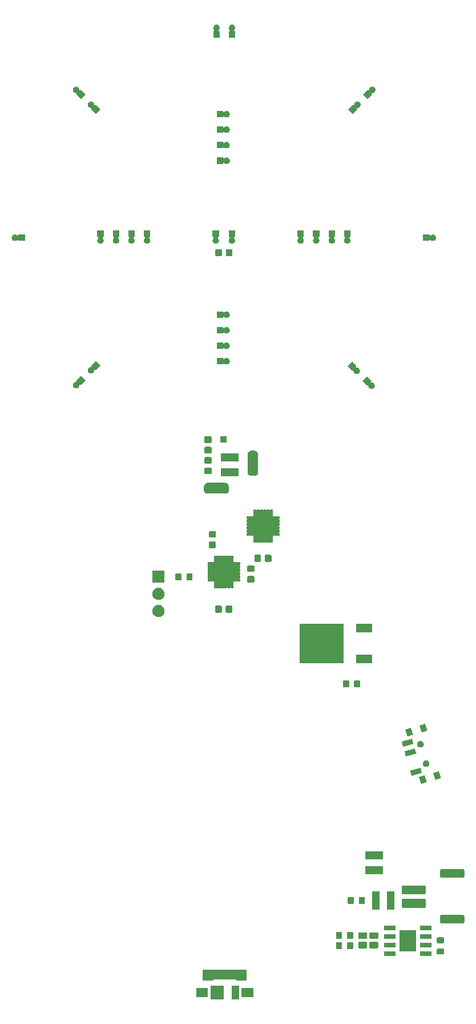
<source format=gbr>
G04 #@! TF.GenerationSoftware,KiCad,Pcbnew,(5.1.6-0)*
G04 #@! TF.CreationDate,2021-01-08T20:23:25+00:00*
G04 #@! TF.ProjectId,XMAS_Star_21,584d4153-5f53-4746-9172-5f32312e6b69,rev?*
G04 #@! TF.SameCoordinates,Original*
G04 #@! TF.FileFunction,Soldermask,Top*
G04 #@! TF.FilePolarity,Negative*
%FSLAX46Y46*%
G04 Gerber Fmt 4.6, Leading zero omitted, Abs format (unit mm)*
G04 Created by KiCad (PCBNEW (5.1.6-0)) date 2021-01-08 20:23:25*
%MOMM*%
%LPD*%
G01*
G04 APERTURE LIST*
%ADD10C,0.100000*%
G04 APERTURE END LIST*
D10*
G36*
X102241000Y-192781000D02*
G01*
X101139000Y-192781000D01*
X101139000Y-190779000D01*
X102241000Y-190779000D01*
X102241000Y-192781000D01*
G37*
G36*
X99941000Y-192781000D02*
G01*
X98039000Y-192781000D01*
X98039000Y-190779000D01*
X99941000Y-190779000D01*
X99941000Y-192781000D01*
G37*
G36*
X104391000Y-192481000D02*
G01*
X102639000Y-192481000D01*
X102639000Y-191079000D01*
X104391000Y-191079000D01*
X104391000Y-192481000D01*
G37*
G36*
X97641000Y-192481000D02*
G01*
X95889000Y-192481000D01*
X95889000Y-191079000D01*
X97641000Y-191079000D01*
X97641000Y-192481000D01*
G37*
G36*
X103391000Y-190031000D02*
G01*
X101864000Y-190031000D01*
X101864000Y-189985999D01*
X101861598Y-189961613D01*
X101854485Y-189938164D01*
X101842934Y-189916553D01*
X101827389Y-189897611D01*
X101808447Y-189882066D01*
X101786836Y-189870515D01*
X101763387Y-189863402D01*
X101739001Y-189861000D01*
X98540999Y-189861000D01*
X98516613Y-189863402D01*
X98493164Y-189870515D01*
X98471553Y-189882066D01*
X98452611Y-189897611D01*
X98437066Y-189916553D01*
X98425515Y-189938164D01*
X98418402Y-189961613D01*
X98416000Y-189985999D01*
X98416000Y-190031000D01*
X96889000Y-190031000D01*
X96889000Y-188379000D01*
X103391000Y-188379000D01*
X103391000Y-190031000D01*
G37*
G36*
X130689928Y-185676764D02*
G01*
X130711009Y-185683160D01*
X130730445Y-185693548D01*
X130747476Y-185707524D01*
X130761452Y-185724555D01*
X130771840Y-185743991D01*
X130778236Y-185765072D01*
X130781000Y-185793140D01*
X130781000Y-186256860D01*
X130778236Y-186284928D01*
X130771840Y-186306009D01*
X130761452Y-186325445D01*
X130747476Y-186342476D01*
X130730445Y-186356452D01*
X130711009Y-186366840D01*
X130689928Y-186373236D01*
X130661860Y-186376000D01*
X129198140Y-186376000D01*
X129170072Y-186373236D01*
X129148991Y-186366840D01*
X129129555Y-186356452D01*
X129112524Y-186342476D01*
X129098548Y-186325445D01*
X129088160Y-186306009D01*
X129081764Y-186284928D01*
X129079000Y-186256860D01*
X129079000Y-185793140D01*
X129081764Y-185765072D01*
X129088160Y-185743991D01*
X129098548Y-185724555D01*
X129112524Y-185707524D01*
X129129555Y-185693548D01*
X129148991Y-185683160D01*
X129170072Y-185676764D01*
X129198140Y-185674000D01*
X130661860Y-185674000D01*
X130689928Y-185676764D01*
G37*
G36*
X125389928Y-185676764D02*
G01*
X125411009Y-185683160D01*
X125430445Y-185693548D01*
X125447476Y-185707524D01*
X125461452Y-185724555D01*
X125471840Y-185743991D01*
X125478236Y-185765072D01*
X125481000Y-185793140D01*
X125481000Y-186256860D01*
X125478236Y-186284928D01*
X125471840Y-186306009D01*
X125461452Y-186325445D01*
X125447476Y-186342476D01*
X125430445Y-186356452D01*
X125411009Y-186366840D01*
X125389928Y-186373236D01*
X125361860Y-186376000D01*
X123898140Y-186376000D01*
X123870072Y-186373236D01*
X123848991Y-186366840D01*
X123829555Y-186356452D01*
X123812524Y-186342476D01*
X123798548Y-186325445D01*
X123788160Y-186306009D01*
X123781764Y-186284928D01*
X123779000Y-186256860D01*
X123779000Y-185793140D01*
X123781764Y-185765072D01*
X123788160Y-185743991D01*
X123798548Y-185724555D01*
X123812524Y-185707524D01*
X123829555Y-185693548D01*
X123848991Y-185683160D01*
X123870072Y-185676764D01*
X123898140Y-185674000D01*
X125361860Y-185674000D01*
X125389928Y-185676764D01*
G37*
G36*
X132524683Y-185257725D02*
G01*
X132555143Y-185266966D01*
X132583223Y-185281974D01*
X132607831Y-185302169D01*
X132628026Y-185326777D01*
X132643034Y-185354857D01*
X132652275Y-185385317D01*
X132656000Y-185423140D01*
X132656000Y-185986860D01*
X132652275Y-186024683D01*
X132643034Y-186055143D01*
X132628026Y-186083223D01*
X132607831Y-186107831D01*
X132583223Y-186128026D01*
X132555143Y-186143034D01*
X132524683Y-186152275D01*
X132486860Y-186156000D01*
X131773140Y-186156000D01*
X131735317Y-186152275D01*
X131704857Y-186143034D01*
X131676777Y-186128026D01*
X131652169Y-186107831D01*
X131631974Y-186083223D01*
X131616966Y-186055143D01*
X131607725Y-186024683D01*
X131604000Y-185986860D01*
X131604000Y-185423140D01*
X131607725Y-185385317D01*
X131616966Y-185354857D01*
X131631974Y-185326777D01*
X131652169Y-185302169D01*
X131676777Y-185281974D01*
X131704857Y-185266966D01*
X131735317Y-185257725D01*
X131773140Y-185254000D01*
X132486860Y-185254000D01*
X132524683Y-185257725D01*
G37*
G36*
X128536000Y-185721000D02*
G01*
X126024000Y-185721000D01*
X126024000Y-182519000D01*
X128536000Y-182519000D01*
X128536000Y-185721000D01*
G37*
G36*
X119044683Y-184327725D02*
G01*
X119075143Y-184336966D01*
X119103223Y-184351974D01*
X119127831Y-184372169D01*
X119148026Y-184396777D01*
X119163034Y-184424857D01*
X119172275Y-184455317D01*
X119176000Y-184493140D01*
X119176000Y-185206860D01*
X119172275Y-185244683D01*
X119163034Y-185275143D01*
X119148026Y-185303223D01*
X119127831Y-185327831D01*
X119103223Y-185348026D01*
X119075143Y-185363034D01*
X119044683Y-185372275D01*
X119006860Y-185376000D01*
X118443140Y-185376000D01*
X118405317Y-185372275D01*
X118374857Y-185363034D01*
X118346777Y-185348026D01*
X118322169Y-185327831D01*
X118301974Y-185303223D01*
X118286966Y-185275143D01*
X118277725Y-185244683D01*
X118274000Y-185206860D01*
X118274000Y-184493140D01*
X118277725Y-184455317D01*
X118286966Y-184424857D01*
X118301974Y-184396777D01*
X118322169Y-184372169D01*
X118346777Y-184351974D01*
X118374857Y-184336966D01*
X118405317Y-184327725D01*
X118443140Y-184324000D01*
X119006860Y-184324000D01*
X119044683Y-184327725D01*
G37*
G36*
X117394683Y-184327725D02*
G01*
X117425143Y-184336966D01*
X117453223Y-184351974D01*
X117477831Y-184372169D01*
X117498026Y-184396777D01*
X117513034Y-184424857D01*
X117522275Y-184455317D01*
X117526000Y-184493140D01*
X117526000Y-185206860D01*
X117522275Y-185244683D01*
X117513034Y-185275143D01*
X117498026Y-185303223D01*
X117477831Y-185327831D01*
X117453223Y-185348026D01*
X117425143Y-185363034D01*
X117394683Y-185372275D01*
X117356860Y-185376000D01*
X116793140Y-185376000D01*
X116755317Y-185372275D01*
X116724857Y-185363034D01*
X116696777Y-185348026D01*
X116672169Y-185327831D01*
X116651974Y-185303223D01*
X116636966Y-185275143D01*
X116627725Y-185244683D01*
X116624000Y-185206860D01*
X116624000Y-184493140D01*
X116627725Y-184455317D01*
X116636966Y-184424857D01*
X116651974Y-184396777D01*
X116672169Y-184372169D01*
X116696777Y-184351974D01*
X116724857Y-184336966D01*
X116755317Y-184327725D01*
X116793140Y-184324000D01*
X117356860Y-184324000D01*
X117394683Y-184327725D01*
G37*
G36*
X121129618Y-184287965D02*
G01*
X121162433Y-184297919D01*
X121192665Y-184314079D01*
X121219170Y-184335830D01*
X121240921Y-184362335D01*
X121257081Y-184392567D01*
X121267035Y-184425382D01*
X121271000Y-184465640D01*
X121271000Y-185054360D01*
X121267035Y-185094618D01*
X121257081Y-185127433D01*
X121240921Y-185157665D01*
X121219170Y-185184170D01*
X121192665Y-185205921D01*
X121162433Y-185222081D01*
X121129618Y-185232035D01*
X121089360Y-185236000D01*
X120125640Y-185236000D01*
X120085382Y-185232035D01*
X120052567Y-185222081D01*
X120022335Y-185205921D01*
X119995830Y-185184170D01*
X119974079Y-185157665D01*
X119957919Y-185127433D01*
X119947965Y-185094618D01*
X119944000Y-185054360D01*
X119944000Y-184465640D01*
X119947965Y-184425382D01*
X119957919Y-184392567D01*
X119974079Y-184362335D01*
X119995830Y-184335830D01*
X120022335Y-184314079D01*
X120052567Y-184297919D01*
X120085382Y-184287965D01*
X120125640Y-184284000D01*
X121089360Y-184284000D01*
X121129618Y-184287965D01*
G37*
G36*
X122754618Y-184287965D02*
G01*
X122787433Y-184297919D01*
X122817665Y-184314079D01*
X122844170Y-184335830D01*
X122865921Y-184362335D01*
X122882081Y-184392567D01*
X122892035Y-184425382D01*
X122896000Y-184465640D01*
X122896000Y-185054360D01*
X122892035Y-185094618D01*
X122882081Y-185127433D01*
X122865921Y-185157665D01*
X122844170Y-185184170D01*
X122817665Y-185205921D01*
X122787433Y-185222081D01*
X122754618Y-185232035D01*
X122714360Y-185236000D01*
X121750640Y-185236000D01*
X121710382Y-185232035D01*
X121677567Y-185222081D01*
X121647335Y-185205921D01*
X121620830Y-185184170D01*
X121599079Y-185157665D01*
X121582919Y-185127433D01*
X121572965Y-185094618D01*
X121569000Y-185054360D01*
X121569000Y-184465640D01*
X121572965Y-184425382D01*
X121582919Y-184392567D01*
X121599079Y-184362335D01*
X121620830Y-184335830D01*
X121647335Y-184314079D01*
X121677567Y-184297919D01*
X121710382Y-184287965D01*
X121750640Y-184284000D01*
X122714360Y-184284000D01*
X122754618Y-184287965D01*
G37*
G36*
X125389928Y-184406764D02*
G01*
X125411009Y-184413160D01*
X125430445Y-184423548D01*
X125447476Y-184437524D01*
X125461452Y-184454555D01*
X125471840Y-184473991D01*
X125478236Y-184495072D01*
X125481000Y-184523140D01*
X125481000Y-184986860D01*
X125478236Y-185014928D01*
X125471840Y-185036009D01*
X125461452Y-185055445D01*
X125447476Y-185072476D01*
X125430445Y-185086452D01*
X125411009Y-185096840D01*
X125389928Y-185103236D01*
X125361860Y-185106000D01*
X123898140Y-185106000D01*
X123870072Y-185103236D01*
X123848991Y-185096840D01*
X123829555Y-185086452D01*
X123812524Y-185072476D01*
X123798548Y-185055445D01*
X123788160Y-185036009D01*
X123781764Y-185014928D01*
X123779000Y-184986860D01*
X123779000Y-184523140D01*
X123781764Y-184495072D01*
X123788160Y-184473991D01*
X123798548Y-184454555D01*
X123812524Y-184437524D01*
X123829555Y-184423548D01*
X123848991Y-184413160D01*
X123870072Y-184406764D01*
X123898140Y-184404000D01*
X125361860Y-184404000D01*
X125389928Y-184406764D01*
G37*
G36*
X130689928Y-184406764D02*
G01*
X130711009Y-184413160D01*
X130730445Y-184423548D01*
X130747476Y-184437524D01*
X130761452Y-184454555D01*
X130771840Y-184473991D01*
X130778236Y-184495072D01*
X130781000Y-184523140D01*
X130781000Y-184986860D01*
X130778236Y-185014928D01*
X130771840Y-185036009D01*
X130761452Y-185055445D01*
X130747476Y-185072476D01*
X130730445Y-185086452D01*
X130711009Y-185096840D01*
X130689928Y-185103236D01*
X130661860Y-185106000D01*
X129198140Y-185106000D01*
X129170072Y-185103236D01*
X129148991Y-185096840D01*
X129129555Y-185086452D01*
X129112524Y-185072476D01*
X129098548Y-185055445D01*
X129088160Y-185036009D01*
X129081764Y-185014928D01*
X129079000Y-184986860D01*
X129079000Y-184523140D01*
X129081764Y-184495072D01*
X129088160Y-184473991D01*
X129098548Y-184454555D01*
X129112524Y-184437524D01*
X129129555Y-184423548D01*
X129148991Y-184413160D01*
X129170072Y-184406764D01*
X129198140Y-184404000D01*
X130661860Y-184404000D01*
X130689928Y-184406764D01*
G37*
G36*
X132524683Y-183607725D02*
G01*
X132555143Y-183616966D01*
X132583223Y-183631974D01*
X132607831Y-183652169D01*
X132628026Y-183676777D01*
X132643034Y-183704857D01*
X132652275Y-183735317D01*
X132656000Y-183773140D01*
X132656000Y-184336860D01*
X132652275Y-184374683D01*
X132643034Y-184405143D01*
X132628026Y-184433223D01*
X132607831Y-184457831D01*
X132583223Y-184478026D01*
X132555143Y-184493034D01*
X132524683Y-184502275D01*
X132486860Y-184506000D01*
X131773140Y-184506000D01*
X131735317Y-184502275D01*
X131704857Y-184493034D01*
X131676777Y-184478026D01*
X131652169Y-184457831D01*
X131631974Y-184433223D01*
X131616966Y-184405143D01*
X131607725Y-184374683D01*
X131604000Y-184336860D01*
X131604000Y-183773140D01*
X131607725Y-183735317D01*
X131616966Y-183704857D01*
X131631974Y-183676777D01*
X131652169Y-183652169D01*
X131676777Y-183631974D01*
X131704857Y-183616966D01*
X131735317Y-183607725D01*
X131773140Y-183604000D01*
X132486860Y-183604000D01*
X132524683Y-183607725D01*
G37*
G36*
X119044683Y-182807725D02*
G01*
X119075143Y-182816966D01*
X119103223Y-182831974D01*
X119127831Y-182852169D01*
X119148026Y-182876777D01*
X119163034Y-182904857D01*
X119172275Y-182935317D01*
X119176000Y-182973140D01*
X119176000Y-183686860D01*
X119172275Y-183724683D01*
X119163034Y-183755143D01*
X119148026Y-183783223D01*
X119127831Y-183807831D01*
X119103223Y-183828026D01*
X119075143Y-183843034D01*
X119044683Y-183852275D01*
X119006860Y-183856000D01*
X118443140Y-183856000D01*
X118405317Y-183852275D01*
X118374857Y-183843034D01*
X118346777Y-183828026D01*
X118322169Y-183807831D01*
X118301974Y-183783223D01*
X118286966Y-183755143D01*
X118277725Y-183724683D01*
X118274000Y-183686860D01*
X118274000Y-182973140D01*
X118277725Y-182935317D01*
X118286966Y-182904857D01*
X118301974Y-182876777D01*
X118322169Y-182852169D01*
X118346777Y-182831974D01*
X118374857Y-182816966D01*
X118405317Y-182807725D01*
X118443140Y-182804000D01*
X119006860Y-182804000D01*
X119044683Y-182807725D01*
G37*
G36*
X117394683Y-182807725D02*
G01*
X117425143Y-182816966D01*
X117453223Y-182831974D01*
X117477831Y-182852169D01*
X117498026Y-182876777D01*
X117513034Y-182904857D01*
X117522275Y-182935317D01*
X117526000Y-182973140D01*
X117526000Y-183686860D01*
X117522275Y-183724683D01*
X117513034Y-183755143D01*
X117498026Y-183783223D01*
X117477831Y-183807831D01*
X117453223Y-183828026D01*
X117425143Y-183843034D01*
X117394683Y-183852275D01*
X117356860Y-183856000D01*
X116793140Y-183856000D01*
X116755317Y-183852275D01*
X116724857Y-183843034D01*
X116696777Y-183828026D01*
X116672169Y-183807831D01*
X116651974Y-183783223D01*
X116636966Y-183755143D01*
X116627725Y-183724683D01*
X116624000Y-183686860D01*
X116624000Y-182973140D01*
X116627725Y-182935317D01*
X116636966Y-182904857D01*
X116651974Y-182876777D01*
X116672169Y-182852169D01*
X116696777Y-182831974D01*
X116724857Y-182816966D01*
X116755317Y-182807725D01*
X116793140Y-182804000D01*
X117356860Y-182804000D01*
X117394683Y-182807725D01*
G37*
G36*
X125389928Y-183136764D02*
G01*
X125411009Y-183143160D01*
X125430445Y-183153548D01*
X125447476Y-183167524D01*
X125461452Y-183184555D01*
X125471840Y-183203991D01*
X125478236Y-183225072D01*
X125481000Y-183253140D01*
X125481000Y-183716860D01*
X125478236Y-183744928D01*
X125471840Y-183766009D01*
X125461452Y-183785445D01*
X125447476Y-183802476D01*
X125430445Y-183816452D01*
X125411009Y-183826840D01*
X125389928Y-183833236D01*
X125361860Y-183836000D01*
X123898140Y-183836000D01*
X123870072Y-183833236D01*
X123848991Y-183826840D01*
X123829555Y-183816452D01*
X123812524Y-183802476D01*
X123798548Y-183785445D01*
X123788160Y-183766009D01*
X123781764Y-183744928D01*
X123779000Y-183716860D01*
X123779000Y-183253140D01*
X123781764Y-183225072D01*
X123788160Y-183203991D01*
X123798548Y-183184555D01*
X123812524Y-183167524D01*
X123829555Y-183153548D01*
X123848991Y-183143160D01*
X123870072Y-183136764D01*
X123898140Y-183134000D01*
X125361860Y-183134000D01*
X125389928Y-183136764D01*
G37*
G36*
X130689928Y-183136764D02*
G01*
X130711009Y-183143160D01*
X130730445Y-183153548D01*
X130747476Y-183167524D01*
X130761452Y-183184555D01*
X130771840Y-183203991D01*
X130778236Y-183225072D01*
X130781000Y-183253140D01*
X130781000Y-183716860D01*
X130778236Y-183744928D01*
X130771840Y-183766009D01*
X130761452Y-183785445D01*
X130747476Y-183802476D01*
X130730445Y-183816452D01*
X130711009Y-183826840D01*
X130689928Y-183833236D01*
X130661860Y-183836000D01*
X129198140Y-183836000D01*
X129170072Y-183833236D01*
X129148991Y-183826840D01*
X129129555Y-183816452D01*
X129112524Y-183802476D01*
X129098548Y-183785445D01*
X129088160Y-183766009D01*
X129081764Y-183744928D01*
X129079000Y-183716860D01*
X129079000Y-183253140D01*
X129081764Y-183225072D01*
X129088160Y-183203991D01*
X129098548Y-183184555D01*
X129112524Y-183167524D01*
X129129555Y-183153548D01*
X129148991Y-183143160D01*
X129170072Y-183136764D01*
X129198140Y-183134000D01*
X130661860Y-183134000D01*
X130689928Y-183136764D01*
G37*
G36*
X122754618Y-182867965D02*
G01*
X122787433Y-182877919D01*
X122817665Y-182894079D01*
X122844170Y-182915830D01*
X122865921Y-182942335D01*
X122882081Y-182972567D01*
X122892035Y-183005382D01*
X122896000Y-183045640D01*
X122896000Y-183634360D01*
X122892035Y-183674618D01*
X122882081Y-183707433D01*
X122865921Y-183737665D01*
X122844170Y-183764170D01*
X122817665Y-183785921D01*
X122787433Y-183802081D01*
X122754618Y-183812035D01*
X122714360Y-183816000D01*
X121750640Y-183816000D01*
X121710382Y-183812035D01*
X121677567Y-183802081D01*
X121647335Y-183785921D01*
X121620830Y-183764170D01*
X121599079Y-183737665D01*
X121582919Y-183707433D01*
X121572965Y-183674618D01*
X121569000Y-183634360D01*
X121569000Y-183045640D01*
X121572965Y-183005382D01*
X121582919Y-182972567D01*
X121599079Y-182942335D01*
X121620830Y-182915830D01*
X121647335Y-182894079D01*
X121677567Y-182877919D01*
X121710382Y-182867965D01*
X121750640Y-182864000D01*
X122714360Y-182864000D01*
X122754618Y-182867965D01*
G37*
G36*
X121129618Y-182867965D02*
G01*
X121162433Y-182877919D01*
X121192665Y-182894079D01*
X121219170Y-182915830D01*
X121240921Y-182942335D01*
X121257081Y-182972567D01*
X121267035Y-183005382D01*
X121271000Y-183045640D01*
X121271000Y-183634360D01*
X121267035Y-183674618D01*
X121257081Y-183707433D01*
X121240921Y-183737665D01*
X121219170Y-183764170D01*
X121192665Y-183785921D01*
X121162433Y-183802081D01*
X121129618Y-183812035D01*
X121089360Y-183816000D01*
X120125640Y-183816000D01*
X120085382Y-183812035D01*
X120052567Y-183802081D01*
X120022335Y-183785921D01*
X119995830Y-183764170D01*
X119974079Y-183737665D01*
X119957919Y-183707433D01*
X119947965Y-183674618D01*
X119944000Y-183634360D01*
X119944000Y-183045640D01*
X119947965Y-183005382D01*
X119957919Y-182972567D01*
X119974079Y-182942335D01*
X119995830Y-182915830D01*
X120022335Y-182894079D01*
X120052567Y-182877919D01*
X120085382Y-182867965D01*
X120125640Y-182864000D01*
X121089360Y-182864000D01*
X121129618Y-182867965D01*
G37*
G36*
X130689928Y-181866764D02*
G01*
X130711009Y-181873160D01*
X130730445Y-181883548D01*
X130747476Y-181897524D01*
X130761452Y-181914555D01*
X130771840Y-181933991D01*
X130778236Y-181955072D01*
X130781000Y-181983140D01*
X130781000Y-182446860D01*
X130778236Y-182474928D01*
X130771840Y-182496009D01*
X130761452Y-182515445D01*
X130747476Y-182532476D01*
X130730445Y-182546452D01*
X130711009Y-182556840D01*
X130689928Y-182563236D01*
X130661860Y-182566000D01*
X129198140Y-182566000D01*
X129170072Y-182563236D01*
X129148991Y-182556840D01*
X129129555Y-182546452D01*
X129112524Y-182532476D01*
X129098548Y-182515445D01*
X129088160Y-182496009D01*
X129081764Y-182474928D01*
X129079000Y-182446860D01*
X129079000Y-181983140D01*
X129081764Y-181955072D01*
X129088160Y-181933991D01*
X129098548Y-181914555D01*
X129112524Y-181897524D01*
X129129555Y-181883548D01*
X129148991Y-181873160D01*
X129170072Y-181866764D01*
X129198140Y-181864000D01*
X130661860Y-181864000D01*
X130689928Y-181866764D01*
G37*
G36*
X125389928Y-181866764D02*
G01*
X125411009Y-181873160D01*
X125430445Y-181883548D01*
X125447476Y-181897524D01*
X125461452Y-181914555D01*
X125471840Y-181933991D01*
X125478236Y-181955072D01*
X125481000Y-181983140D01*
X125481000Y-182446860D01*
X125478236Y-182474928D01*
X125471840Y-182496009D01*
X125461452Y-182515445D01*
X125447476Y-182532476D01*
X125430445Y-182546452D01*
X125411009Y-182556840D01*
X125389928Y-182563236D01*
X125361860Y-182566000D01*
X123898140Y-182566000D01*
X123870072Y-182563236D01*
X123848991Y-182556840D01*
X123829555Y-182546452D01*
X123812524Y-182532476D01*
X123798548Y-182515445D01*
X123788160Y-182496009D01*
X123781764Y-182474928D01*
X123779000Y-182446860D01*
X123779000Y-181983140D01*
X123781764Y-181955072D01*
X123788160Y-181933991D01*
X123798548Y-181914555D01*
X123812524Y-181897524D01*
X123829555Y-181883548D01*
X123848991Y-181873160D01*
X123870072Y-181866764D01*
X123898140Y-181864000D01*
X125361860Y-181864000D01*
X125389928Y-181866764D01*
G37*
G36*
X135459192Y-180274646D02*
G01*
X135508414Y-180289578D01*
X135553778Y-180313826D01*
X135593542Y-180346458D01*
X135626174Y-180386222D01*
X135650422Y-180431586D01*
X135665354Y-180480808D01*
X135671000Y-180538140D01*
X135671000Y-181301860D01*
X135665354Y-181359192D01*
X135650422Y-181408414D01*
X135626174Y-181453778D01*
X135593542Y-181493542D01*
X135553778Y-181526174D01*
X135508414Y-181550422D01*
X135459192Y-181565354D01*
X135401860Y-181571000D01*
X132338140Y-181571000D01*
X132280808Y-181565354D01*
X132231586Y-181550422D01*
X132186222Y-181526174D01*
X132146458Y-181493542D01*
X132113826Y-181453778D01*
X132089578Y-181408414D01*
X132074646Y-181359192D01*
X132069000Y-181301860D01*
X132069000Y-180538140D01*
X132074646Y-180480808D01*
X132089578Y-180431586D01*
X132113826Y-180386222D01*
X132146458Y-180346458D01*
X132186222Y-180313826D01*
X132231586Y-180289578D01*
X132280808Y-180274646D01*
X132338140Y-180269000D01*
X135401860Y-180269000D01*
X135459192Y-180274646D01*
G37*
G36*
X123121000Y-179486000D02*
G01*
X121959000Y-179486000D01*
X121959000Y-176834000D01*
X123121000Y-176834000D01*
X123121000Y-179486000D01*
G37*
G36*
X125321000Y-179486000D02*
G01*
X124159000Y-179486000D01*
X124159000Y-176834000D01*
X125321000Y-176834000D01*
X125321000Y-179486000D01*
G37*
G36*
X129811656Y-177923394D02*
G01*
X129848656Y-177934618D01*
X129882748Y-177952840D01*
X129912634Y-177977366D01*
X129937160Y-178007252D01*
X129955382Y-178041344D01*
X129966606Y-178078344D01*
X129971000Y-178122956D01*
X129971000Y-179017044D01*
X129966606Y-179061656D01*
X129955382Y-179098656D01*
X129937160Y-179132748D01*
X129912634Y-179162634D01*
X129882748Y-179187160D01*
X129848656Y-179205382D01*
X129811656Y-179216606D01*
X129767044Y-179221000D01*
X126572956Y-179221000D01*
X126528344Y-179216606D01*
X126491344Y-179205382D01*
X126457252Y-179187160D01*
X126427366Y-179162634D01*
X126402840Y-179132748D01*
X126384618Y-179098656D01*
X126373394Y-179061656D01*
X126369000Y-179017044D01*
X126369000Y-178122956D01*
X126373394Y-178078344D01*
X126384618Y-178041344D01*
X126402840Y-178007252D01*
X126427366Y-177977366D01*
X126457252Y-177952840D01*
X126491344Y-177934618D01*
X126528344Y-177923394D01*
X126572956Y-177919000D01*
X129767044Y-177919000D01*
X129811656Y-177923394D01*
G37*
G36*
X119144683Y-177617725D02*
G01*
X119175143Y-177626966D01*
X119203223Y-177641974D01*
X119227831Y-177662169D01*
X119248026Y-177686777D01*
X119263034Y-177714857D01*
X119272275Y-177745317D01*
X119276000Y-177783140D01*
X119276000Y-178496860D01*
X119272275Y-178534683D01*
X119263034Y-178565143D01*
X119248026Y-178593223D01*
X119227831Y-178617831D01*
X119203223Y-178638026D01*
X119175143Y-178653034D01*
X119144683Y-178662275D01*
X119106860Y-178666000D01*
X118543140Y-178666000D01*
X118505317Y-178662275D01*
X118474857Y-178653034D01*
X118446777Y-178638026D01*
X118422169Y-178617831D01*
X118401974Y-178593223D01*
X118386966Y-178565143D01*
X118377725Y-178534683D01*
X118374000Y-178496860D01*
X118374000Y-177783140D01*
X118377725Y-177745317D01*
X118386966Y-177714857D01*
X118401974Y-177686777D01*
X118422169Y-177662169D01*
X118446777Y-177641974D01*
X118474857Y-177626966D01*
X118505317Y-177617725D01*
X118543140Y-177614000D01*
X119106860Y-177614000D01*
X119144683Y-177617725D01*
G37*
G36*
X120794683Y-177617725D02*
G01*
X120825143Y-177626966D01*
X120853223Y-177641974D01*
X120877831Y-177662169D01*
X120898026Y-177686777D01*
X120913034Y-177714857D01*
X120922275Y-177745317D01*
X120926000Y-177783140D01*
X120926000Y-178496860D01*
X120922275Y-178534683D01*
X120913034Y-178565143D01*
X120898026Y-178593223D01*
X120877831Y-178617831D01*
X120853223Y-178638026D01*
X120825143Y-178653034D01*
X120794683Y-178662275D01*
X120756860Y-178666000D01*
X120193140Y-178666000D01*
X120155317Y-178662275D01*
X120124857Y-178653034D01*
X120096777Y-178638026D01*
X120072169Y-178617831D01*
X120051974Y-178593223D01*
X120036966Y-178565143D01*
X120027725Y-178534683D01*
X120024000Y-178496860D01*
X120024000Y-177783140D01*
X120027725Y-177745317D01*
X120036966Y-177714857D01*
X120051974Y-177686777D01*
X120072169Y-177662169D01*
X120096777Y-177641974D01*
X120124857Y-177626966D01*
X120155317Y-177617725D01*
X120193140Y-177614000D01*
X120756860Y-177614000D01*
X120794683Y-177617725D01*
G37*
G36*
X129759192Y-175924646D02*
G01*
X129808414Y-175939578D01*
X129853778Y-175963826D01*
X129893542Y-175996458D01*
X129926174Y-176036222D01*
X129950422Y-176081586D01*
X129965354Y-176130808D01*
X129971000Y-176188140D01*
X129971000Y-176951860D01*
X129965354Y-177009192D01*
X129950422Y-177058414D01*
X129926174Y-177103778D01*
X129893542Y-177143542D01*
X129853778Y-177176174D01*
X129808414Y-177200422D01*
X129759192Y-177215354D01*
X129701860Y-177221000D01*
X126638140Y-177221000D01*
X126580808Y-177215354D01*
X126531586Y-177200422D01*
X126486222Y-177176174D01*
X126446458Y-177143542D01*
X126413826Y-177103778D01*
X126389578Y-177058414D01*
X126374646Y-177009192D01*
X126369000Y-176951860D01*
X126369000Y-176188140D01*
X126374646Y-176130808D01*
X126389578Y-176081586D01*
X126413826Y-176036222D01*
X126446458Y-175996458D01*
X126486222Y-175963826D01*
X126531586Y-175939578D01*
X126580808Y-175924646D01*
X126638140Y-175919000D01*
X129701860Y-175919000D01*
X129759192Y-175924646D01*
G37*
G36*
X135459192Y-173474646D02*
G01*
X135508414Y-173489578D01*
X135553778Y-173513826D01*
X135593542Y-173546458D01*
X135626174Y-173586222D01*
X135650422Y-173631586D01*
X135665354Y-173680808D01*
X135671000Y-173738140D01*
X135671000Y-174501860D01*
X135665354Y-174559192D01*
X135650422Y-174608414D01*
X135626174Y-174653778D01*
X135593542Y-174693542D01*
X135553778Y-174726174D01*
X135508414Y-174750422D01*
X135459192Y-174765354D01*
X135401860Y-174771000D01*
X132338140Y-174771000D01*
X132280808Y-174765354D01*
X132231586Y-174750422D01*
X132186222Y-174726174D01*
X132146458Y-174693542D01*
X132113826Y-174653778D01*
X132089578Y-174608414D01*
X132074646Y-174559192D01*
X132069000Y-174501860D01*
X132069000Y-173738140D01*
X132074646Y-173680808D01*
X132089578Y-173631586D01*
X132113826Y-173586222D01*
X132146458Y-173546458D01*
X132186222Y-173513826D01*
X132231586Y-173489578D01*
X132280808Y-173474646D01*
X132338140Y-173469000D01*
X135401860Y-173469000D01*
X135459192Y-173474646D01*
G37*
G36*
X123626000Y-174271000D02*
G01*
X120974000Y-174271000D01*
X120974000Y-173109000D01*
X123626000Y-173109000D01*
X123626000Y-174271000D01*
G37*
G36*
X123626000Y-172071000D02*
G01*
X120974000Y-172071000D01*
X120974000Y-170909000D01*
X123626000Y-170909000D01*
X123626000Y-172071000D01*
G37*
G36*
X130101697Y-160658945D02*
G01*
X129234639Y-160907570D01*
X128930887Y-159848259D01*
X129797945Y-159599634D01*
X130101697Y-160658945D01*
G37*
G36*
X132226086Y-160049787D02*
G01*
X131359028Y-160298412D01*
X131055276Y-159239101D01*
X131922334Y-158990476D01*
X132226086Y-160049787D01*
G37*
G36*
X129165020Y-158480749D02*
G01*
X129291639Y-158922320D01*
X129386081Y-159251681D01*
X127846140Y-159693252D01*
X127719522Y-159251681D01*
X127625079Y-158922320D01*
X127625079Y-158922319D01*
X129165020Y-158480748D01*
X129165020Y-158480749D01*
G37*
G36*
X130088412Y-157389559D02*
G01*
X130136808Y-157399185D01*
X130174574Y-157414828D01*
X130227983Y-157436951D01*
X130227984Y-157436952D01*
X130310041Y-157491780D01*
X130379824Y-157561563D01*
X130379825Y-157561565D01*
X130434653Y-157643621D01*
X130472419Y-157734797D01*
X130491672Y-157831587D01*
X130491672Y-157930277D01*
X130472419Y-158027067D01*
X130434653Y-158118243D01*
X130434652Y-158118244D01*
X130379824Y-158200301D01*
X130310041Y-158270084D01*
X130268734Y-158297684D01*
X130227983Y-158324913D01*
X130174574Y-158347036D01*
X130136808Y-158362679D01*
X130088412Y-158372306D01*
X130040017Y-158381932D01*
X129941327Y-158381932D01*
X129892932Y-158372306D01*
X129844536Y-158362679D01*
X129806770Y-158347036D01*
X129753361Y-158324913D01*
X129712610Y-158297684D01*
X129671303Y-158270084D01*
X129601520Y-158200301D01*
X129546692Y-158118244D01*
X129546691Y-158118243D01*
X129508925Y-158027067D01*
X129489672Y-157930277D01*
X129489672Y-157831587D01*
X129508925Y-157734797D01*
X129546691Y-157643621D01*
X129601519Y-157561565D01*
X129601520Y-157561563D01*
X129671303Y-157491780D01*
X129753360Y-157436952D01*
X129753361Y-157436951D01*
X129806770Y-157414828D01*
X129844536Y-157399185D01*
X129892932Y-157389559D01*
X129941327Y-157379932D01*
X130040017Y-157379932D01*
X130088412Y-157389559D01*
G37*
G36*
X128338108Y-155596964D02*
G01*
X128464727Y-156038535D01*
X128559169Y-156367896D01*
X127019228Y-156809467D01*
X126892610Y-156367896D01*
X126798167Y-156038535D01*
X126798167Y-156038534D01*
X128338108Y-155596963D01*
X128338108Y-155596964D01*
G37*
G36*
X129261500Y-154505774D02*
G01*
X129309896Y-154515400D01*
X129347662Y-154531043D01*
X129401071Y-154553166D01*
X129401072Y-154553167D01*
X129483129Y-154607995D01*
X129552912Y-154677778D01*
X129552913Y-154677780D01*
X129607741Y-154759836D01*
X129645507Y-154851012D01*
X129664760Y-154947802D01*
X129664760Y-155046492D01*
X129645507Y-155143282D01*
X129607741Y-155234458D01*
X129607740Y-155234459D01*
X129552912Y-155316516D01*
X129483129Y-155386299D01*
X129441822Y-155413899D01*
X129401071Y-155441128D01*
X129347662Y-155463251D01*
X129309896Y-155478894D01*
X129261500Y-155488521D01*
X129213105Y-155498147D01*
X129114415Y-155498147D01*
X129066020Y-155488521D01*
X129017624Y-155478894D01*
X128979858Y-155463251D01*
X128926449Y-155441128D01*
X128885698Y-155413899D01*
X128844391Y-155386299D01*
X128774608Y-155316516D01*
X128719780Y-155234459D01*
X128719779Y-155234458D01*
X128682013Y-155143282D01*
X128662760Y-155046492D01*
X128662760Y-154947802D01*
X128682013Y-154851012D01*
X128719779Y-154759836D01*
X128774607Y-154677780D01*
X128774608Y-154677778D01*
X128844391Y-154607995D01*
X128926448Y-154553167D01*
X128926449Y-154553166D01*
X128979858Y-154531043D01*
X129017624Y-154515400D01*
X129066020Y-154505774D01*
X129114415Y-154496147D01*
X129213105Y-154496147D01*
X129261500Y-154505774D01*
G37*
G36*
X127924652Y-154155072D02*
G01*
X128124210Y-154851012D01*
X128145713Y-154926004D01*
X126605772Y-155367575D01*
X126479154Y-154926004D01*
X126384711Y-154596643D01*
X126384711Y-154596642D01*
X127924652Y-154155071D01*
X127924652Y-154155072D01*
G37*
G36*
X128089545Y-153641735D02*
G01*
X127222487Y-153890360D01*
X126918735Y-152831049D01*
X127785793Y-152582424D01*
X128089545Y-153641735D01*
G37*
G36*
X130213933Y-153032576D02*
G01*
X129346875Y-153281201D01*
X129043123Y-152221890D01*
X129910181Y-151973265D01*
X130213933Y-153032576D01*
G37*
G36*
X118439683Y-145547725D02*
G01*
X118470143Y-145556966D01*
X118498223Y-145571974D01*
X118522831Y-145592169D01*
X118543026Y-145616777D01*
X118558034Y-145644857D01*
X118567275Y-145675317D01*
X118571000Y-145713140D01*
X118571000Y-146426860D01*
X118567275Y-146464683D01*
X118558034Y-146495143D01*
X118543026Y-146523223D01*
X118522831Y-146547831D01*
X118498223Y-146568026D01*
X118470143Y-146583034D01*
X118439683Y-146592275D01*
X118401860Y-146596000D01*
X117838140Y-146596000D01*
X117800317Y-146592275D01*
X117769857Y-146583034D01*
X117741777Y-146568026D01*
X117717169Y-146547831D01*
X117696974Y-146523223D01*
X117681966Y-146495143D01*
X117672725Y-146464683D01*
X117669000Y-146426860D01*
X117669000Y-145713140D01*
X117672725Y-145675317D01*
X117681966Y-145644857D01*
X117696974Y-145616777D01*
X117717169Y-145592169D01*
X117741777Y-145571974D01*
X117769857Y-145556966D01*
X117800317Y-145547725D01*
X117838140Y-145544000D01*
X118401860Y-145544000D01*
X118439683Y-145547725D01*
G37*
G36*
X120089683Y-145547725D02*
G01*
X120120143Y-145556966D01*
X120148223Y-145571974D01*
X120172831Y-145592169D01*
X120193026Y-145616777D01*
X120208034Y-145644857D01*
X120217275Y-145675317D01*
X120221000Y-145713140D01*
X120221000Y-146426860D01*
X120217275Y-146464683D01*
X120208034Y-146495143D01*
X120193026Y-146523223D01*
X120172831Y-146547831D01*
X120148223Y-146568026D01*
X120120143Y-146583034D01*
X120089683Y-146592275D01*
X120051860Y-146596000D01*
X119488140Y-146596000D01*
X119450317Y-146592275D01*
X119419857Y-146583034D01*
X119391777Y-146568026D01*
X119367169Y-146547831D01*
X119346974Y-146523223D01*
X119331966Y-146495143D01*
X119322725Y-146464683D01*
X119319000Y-146426860D01*
X119319000Y-145713140D01*
X119322725Y-145675317D01*
X119331966Y-145644857D01*
X119346974Y-145616777D01*
X119367169Y-145592169D01*
X119391777Y-145571974D01*
X119419857Y-145556966D01*
X119450317Y-145547725D01*
X119488140Y-145544000D01*
X120051860Y-145544000D01*
X120089683Y-145547725D01*
G37*
G36*
X117766000Y-143046000D02*
G01*
X111264000Y-143046000D01*
X111264000Y-137144000D01*
X117766000Y-137144000D01*
X117766000Y-143046000D01*
G37*
G36*
X121966000Y-143026000D02*
G01*
X119664000Y-143026000D01*
X119664000Y-141724000D01*
X121966000Y-141724000D01*
X121966000Y-143026000D01*
G37*
G36*
X121966000Y-138466000D02*
G01*
X119664000Y-138466000D01*
X119664000Y-137164000D01*
X121966000Y-137164000D01*
X121966000Y-138466000D01*
G37*
G36*
X90413512Y-134383927D02*
G01*
X90562812Y-134413624D01*
X90726784Y-134481544D01*
X90874354Y-134580147D01*
X90999853Y-134705646D01*
X91098456Y-134853216D01*
X91166376Y-135017188D01*
X91196073Y-135166488D01*
X91201000Y-135191258D01*
X91201000Y-135368742D01*
X91196073Y-135393512D01*
X91166376Y-135542812D01*
X91098456Y-135706784D01*
X90999853Y-135854354D01*
X90874354Y-135979853D01*
X90726784Y-136078456D01*
X90562812Y-136146376D01*
X90413512Y-136176073D01*
X90388742Y-136181000D01*
X90211258Y-136181000D01*
X90186488Y-136176073D01*
X90037188Y-136146376D01*
X89873216Y-136078456D01*
X89725646Y-135979853D01*
X89600147Y-135854354D01*
X89501544Y-135706784D01*
X89433624Y-135542812D01*
X89403927Y-135393512D01*
X89399000Y-135368742D01*
X89399000Y-135191258D01*
X89403927Y-135166488D01*
X89433624Y-135017188D01*
X89501544Y-134853216D01*
X89600147Y-134705646D01*
X89725646Y-134580147D01*
X89873216Y-134481544D01*
X90037188Y-134413624D01*
X90186488Y-134383927D01*
X90211258Y-134379000D01*
X90388742Y-134379000D01*
X90413512Y-134383927D01*
G37*
G36*
X101114560Y-134488205D02*
G01*
X101149713Y-134498869D01*
X101182110Y-134516186D01*
X101210509Y-134539491D01*
X101233814Y-134567890D01*
X101251131Y-134600287D01*
X101261795Y-134635440D01*
X101266000Y-134678140D01*
X101266000Y-135341860D01*
X101261795Y-135384560D01*
X101251131Y-135419713D01*
X101233814Y-135452110D01*
X101210509Y-135480509D01*
X101182110Y-135503814D01*
X101149713Y-135521131D01*
X101114560Y-135531795D01*
X101071860Y-135536000D01*
X100458140Y-135536000D01*
X100415440Y-135531795D01*
X100380287Y-135521131D01*
X100347890Y-135503814D01*
X100319491Y-135480509D01*
X100296186Y-135452110D01*
X100278869Y-135419713D01*
X100268205Y-135384560D01*
X100264000Y-135341860D01*
X100264000Y-134678140D01*
X100268205Y-134635440D01*
X100278869Y-134600287D01*
X100296186Y-134567890D01*
X100319491Y-134539491D01*
X100347890Y-134516186D01*
X100380287Y-134498869D01*
X100415440Y-134488205D01*
X100458140Y-134484000D01*
X101071860Y-134484000D01*
X101114560Y-134488205D01*
G37*
G36*
X99564560Y-134488205D02*
G01*
X99599713Y-134498869D01*
X99632110Y-134516186D01*
X99660509Y-134539491D01*
X99683814Y-134567890D01*
X99701131Y-134600287D01*
X99711795Y-134635440D01*
X99716000Y-134678140D01*
X99716000Y-135341860D01*
X99711795Y-135384560D01*
X99701131Y-135419713D01*
X99683814Y-135452110D01*
X99660509Y-135480509D01*
X99632110Y-135503814D01*
X99599713Y-135521131D01*
X99564560Y-135531795D01*
X99521860Y-135536000D01*
X98908140Y-135536000D01*
X98865440Y-135531795D01*
X98830287Y-135521131D01*
X98797890Y-135503814D01*
X98769491Y-135480509D01*
X98746186Y-135452110D01*
X98728869Y-135419713D01*
X98718205Y-135384560D01*
X98714000Y-135341860D01*
X98714000Y-134678140D01*
X98718205Y-134635440D01*
X98728869Y-134600287D01*
X98746186Y-134567890D01*
X98769491Y-134539491D01*
X98797890Y-134516186D01*
X98830287Y-134498869D01*
X98865440Y-134488205D01*
X98908140Y-134484000D01*
X99521860Y-134484000D01*
X99564560Y-134488205D01*
G37*
G36*
X90413512Y-131843927D02*
G01*
X90562812Y-131873624D01*
X90726784Y-131941544D01*
X90874354Y-132040147D01*
X90999853Y-132165646D01*
X91098456Y-132313216D01*
X91166376Y-132477188D01*
X91201000Y-132651259D01*
X91201000Y-132828741D01*
X91166376Y-133002812D01*
X91098456Y-133166784D01*
X90999853Y-133314354D01*
X90874354Y-133439853D01*
X90726784Y-133538456D01*
X90562812Y-133606376D01*
X90413512Y-133636073D01*
X90388742Y-133641000D01*
X90211258Y-133641000D01*
X90186488Y-133636073D01*
X90037188Y-133606376D01*
X89873216Y-133538456D01*
X89725646Y-133439853D01*
X89600147Y-133314354D01*
X89501544Y-133166784D01*
X89433624Y-133002812D01*
X89399000Y-132828741D01*
X89399000Y-132651259D01*
X89433624Y-132477188D01*
X89501544Y-132313216D01*
X89600147Y-132165646D01*
X89725646Y-132040147D01*
X89873216Y-131941544D01*
X90037188Y-131873624D01*
X90186488Y-131843927D01*
X90211258Y-131839000D01*
X90388742Y-131839000D01*
X90413512Y-131843927D01*
G37*
G36*
X98905355Y-127100083D02*
G01*
X98910029Y-127101501D01*
X98914330Y-127103800D01*
X98920702Y-127109029D01*
X98941076Y-127122643D01*
X98963715Y-127132020D01*
X98987749Y-127136800D01*
X99012253Y-127136800D01*
X99036286Y-127132019D01*
X99058925Y-127122642D01*
X99079298Y-127109029D01*
X99085670Y-127103800D01*
X99089971Y-127101501D01*
X99094645Y-127100083D01*
X99105641Y-127099000D01*
X99394359Y-127099000D01*
X99405355Y-127100083D01*
X99410029Y-127101501D01*
X99414330Y-127103800D01*
X99420702Y-127109029D01*
X99441076Y-127122643D01*
X99463715Y-127132020D01*
X99487749Y-127136800D01*
X99512253Y-127136800D01*
X99536286Y-127132019D01*
X99558925Y-127122642D01*
X99579298Y-127109029D01*
X99585670Y-127103800D01*
X99589971Y-127101501D01*
X99594645Y-127100083D01*
X99605641Y-127099000D01*
X99894359Y-127099000D01*
X99905355Y-127100083D01*
X99910029Y-127101501D01*
X99914330Y-127103800D01*
X99920702Y-127109029D01*
X99941076Y-127122643D01*
X99963715Y-127132020D01*
X99987749Y-127136800D01*
X100012253Y-127136800D01*
X100036286Y-127132019D01*
X100058925Y-127122642D01*
X100079298Y-127109029D01*
X100085670Y-127103800D01*
X100089971Y-127101501D01*
X100094645Y-127100083D01*
X100105641Y-127099000D01*
X100394359Y-127099000D01*
X100405355Y-127100083D01*
X100410029Y-127101501D01*
X100414330Y-127103800D01*
X100420702Y-127109029D01*
X100441076Y-127122643D01*
X100463715Y-127132020D01*
X100487749Y-127136800D01*
X100512253Y-127136800D01*
X100536286Y-127132019D01*
X100558925Y-127122642D01*
X100579298Y-127109029D01*
X100585670Y-127103800D01*
X100589971Y-127101501D01*
X100594645Y-127100083D01*
X100605641Y-127099000D01*
X100894359Y-127099000D01*
X100905355Y-127100083D01*
X100910029Y-127101501D01*
X100914330Y-127103800D01*
X100920702Y-127109029D01*
X100941076Y-127122643D01*
X100963715Y-127132020D01*
X100987749Y-127136800D01*
X101012253Y-127136800D01*
X101036286Y-127132019D01*
X101058925Y-127122642D01*
X101079298Y-127109029D01*
X101085670Y-127103800D01*
X101089971Y-127101501D01*
X101094645Y-127100083D01*
X101105641Y-127099000D01*
X101394359Y-127099000D01*
X101405355Y-127100083D01*
X101410029Y-127101501D01*
X101414331Y-127103800D01*
X101418104Y-127106896D01*
X101421200Y-127110669D01*
X101423499Y-127114971D01*
X101424917Y-127119645D01*
X101426000Y-127130641D01*
X101426000Y-127949001D01*
X101428402Y-127973387D01*
X101435515Y-127996836D01*
X101447066Y-128018447D01*
X101462611Y-128037389D01*
X101481553Y-128052934D01*
X101503164Y-128064485D01*
X101526613Y-128071598D01*
X101550999Y-128074000D01*
X102369359Y-128074000D01*
X102380355Y-128075083D01*
X102385029Y-128076501D01*
X102389331Y-128078800D01*
X102393104Y-128081896D01*
X102396200Y-128085669D01*
X102398499Y-128089971D01*
X102399917Y-128094645D01*
X102401000Y-128105641D01*
X102401000Y-128394359D01*
X102399917Y-128405355D01*
X102398499Y-128410029D01*
X102396200Y-128414330D01*
X102390971Y-128420702D01*
X102377357Y-128441076D01*
X102367980Y-128463715D01*
X102363200Y-128487749D01*
X102363200Y-128512253D01*
X102367981Y-128536286D01*
X102377358Y-128558925D01*
X102390971Y-128579298D01*
X102396200Y-128585670D01*
X102398499Y-128589971D01*
X102399917Y-128594645D01*
X102401000Y-128605641D01*
X102401000Y-128894359D01*
X102399917Y-128905355D01*
X102398499Y-128910029D01*
X102396200Y-128914330D01*
X102390971Y-128920702D01*
X102377357Y-128941076D01*
X102367980Y-128963715D01*
X102363200Y-128987749D01*
X102363200Y-129012253D01*
X102367981Y-129036286D01*
X102377358Y-129058925D01*
X102390971Y-129079298D01*
X102396200Y-129085670D01*
X102398499Y-129089971D01*
X102399917Y-129094645D01*
X102401000Y-129105641D01*
X102401000Y-129394359D01*
X102399917Y-129405355D01*
X102398499Y-129410029D01*
X102396200Y-129414330D01*
X102390971Y-129420702D01*
X102377357Y-129441076D01*
X102367980Y-129463715D01*
X102363200Y-129487749D01*
X102363200Y-129512253D01*
X102367981Y-129536286D01*
X102377358Y-129558925D01*
X102390971Y-129579298D01*
X102396200Y-129585670D01*
X102398499Y-129589971D01*
X102399917Y-129594645D01*
X102401000Y-129605641D01*
X102401000Y-129894359D01*
X102399917Y-129905355D01*
X102398499Y-129910029D01*
X102396200Y-129914330D01*
X102390971Y-129920702D01*
X102377357Y-129941076D01*
X102367980Y-129963715D01*
X102363200Y-129987749D01*
X102363200Y-130012253D01*
X102367981Y-130036286D01*
X102377358Y-130058925D01*
X102390971Y-130079298D01*
X102396200Y-130085670D01*
X102398499Y-130089971D01*
X102399917Y-130094645D01*
X102401000Y-130105641D01*
X102401000Y-130394359D01*
X102399917Y-130405355D01*
X102398499Y-130410029D01*
X102396200Y-130414330D01*
X102390971Y-130420702D01*
X102377357Y-130441076D01*
X102367980Y-130463715D01*
X102363200Y-130487749D01*
X102363200Y-130512253D01*
X102367981Y-130536286D01*
X102377358Y-130558925D01*
X102390971Y-130579298D01*
X102396200Y-130585670D01*
X102398499Y-130589971D01*
X102399917Y-130594645D01*
X102401000Y-130605641D01*
X102401000Y-130894359D01*
X102399917Y-130905355D01*
X102398499Y-130910029D01*
X102396200Y-130914331D01*
X102393104Y-130918104D01*
X102389331Y-130921200D01*
X102385029Y-130923499D01*
X102380355Y-130924917D01*
X102369359Y-130926000D01*
X101550999Y-130926000D01*
X101526613Y-130928402D01*
X101503164Y-130935515D01*
X101481553Y-130947066D01*
X101462611Y-130962611D01*
X101447066Y-130981553D01*
X101435515Y-131003164D01*
X101428402Y-131026613D01*
X101426000Y-131050999D01*
X101426000Y-131869359D01*
X101424917Y-131880355D01*
X101423499Y-131885029D01*
X101421200Y-131889331D01*
X101418104Y-131893104D01*
X101414331Y-131896200D01*
X101410029Y-131898499D01*
X101405355Y-131899917D01*
X101394359Y-131901000D01*
X101105641Y-131901000D01*
X101094645Y-131899917D01*
X101089971Y-131898499D01*
X101085670Y-131896200D01*
X101079298Y-131890971D01*
X101058924Y-131877357D01*
X101036285Y-131867980D01*
X101012251Y-131863200D01*
X100987747Y-131863200D01*
X100963714Y-131867981D01*
X100941075Y-131877358D01*
X100920702Y-131890971D01*
X100914330Y-131896200D01*
X100910029Y-131898499D01*
X100905355Y-131899917D01*
X100894359Y-131901000D01*
X100605641Y-131901000D01*
X100594645Y-131899917D01*
X100589971Y-131898499D01*
X100585670Y-131896200D01*
X100579298Y-131890971D01*
X100558924Y-131877357D01*
X100536285Y-131867980D01*
X100512251Y-131863200D01*
X100487747Y-131863200D01*
X100463714Y-131867981D01*
X100441075Y-131877358D01*
X100420702Y-131890971D01*
X100414330Y-131896200D01*
X100410029Y-131898499D01*
X100405355Y-131899917D01*
X100394359Y-131901000D01*
X100105641Y-131901000D01*
X100094645Y-131899917D01*
X100089971Y-131898499D01*
X100085670Y-131896200D01*
X100079298Y-131890971D01*
X100058924Y-131877357D01*
X100036285Y-131867980D01*
X100012251Y-131863200D01*
X99987747Y-131863200D01*
X99963714Y-131867981D01*
X99941075Y-131877358D01*
X99920702Y-131890971D01*
X99914330Y-131896200D01*
X99910029Y-131898499D01*
X99905355Y-131899917D01*
X99894359Y-131901000D01*
X99605641Y-131901000D01*
X99594645Y-131899917D01*
X99589971Y-131898499D01*
X99585670Y-131896200D01*
X99579298Y-131890971D01*
X99558924Y-131877357D01*
X99536285Y-131867980D01*
X99512251Y-131863200D01*
X99487747Y-131863200D01*
X99463714Y-131867981D01*
X99441075Y-131877358D01*
X99420702Y-131890971D01*
X99414330Y-131896200D01*
X99410029Y-131898499D01*
X99405355Y-131899917D01*
X99394359Y-131901000D01*
X99105641Y-131901000D01*
X99094645Y-131899917D01*
X99089971Y-131898499D01*
X99085670Y-131896200D01*
X99079298Y-131890971D01*
X99058924Y-131877357D01*
X99036285Y-131867980D01*
X99012251Y-131863200D01*
X98987747Y-131863200D01*
X98963714Y-131867981D01*
X98941075Y-131877358D01*
X98920702Y-131890971D01*
X98914330Y-131896200D01*
X98910029Y-131898499D01*
X98905355Y-131899917D01*
X98894359Y-131901000D01*
X98605641Y-131901000D01*
X98594645Y-131899917D01*
X98589971Y-131898499D01*
X98585669Y-131896200D01*
X98581896Y-131893104D01*
X98578800Y-131889331D01*
X98576501Y-131885029D01*
X98575083Y-131880355D01*
X98574000Y-131869359D01*
X98574000Y-131050999D01*
X98571598Y-131026613D01*
X98564485Y-131003164D01*
X98552934Y-130981553D01*
X98537389Y-130962611D01*
X98518447Y-130947066D01*
X98496836Y-130935515D01*
X98473387Y-130928402D01*
X98449001Y-130926000D01*
X97630641Y-130926000D01*
X97619645Y-130924917D01*
X97614971Y-130923499D01*
X97610669Y-130921200D01*
X97606896Y-130918104D01*
X97603800Y-130914331D01*
X97601501Y-130910029D01*
X97600083Y-130905355D01*
X97599000Y-130894359D01*
X97599000Y-130605641D01*
X97600083Y-130594645D01*
X97601501Y-130589971D01*
X97603800Y-130585670D01*
X97609029Y-130579298D01*
X97622643Y-130558924D01*
X97632020Y-130536285D01*
X97636800Y-130512251D01*
X97636800Y-130487747D01*
X97632019Y-130463714D01*
X97622642Y-130441075D01*
X97609029Y-130420702D01*
X97603800Y-130414330D01*
X97601501Y-130410029D01*
X97600083Y-130405355D01*
X97599000Y-130394359D01*
X97599000Y-130105641D01*
X97600083Y-130094645D01*
X97601501Y-130089971D01*
X97603800Y-130085670D01*
X97609029Y-130079298D01*
X97622643Y-130058924D01*
X97632020Y-130036285D01*
X97636800Y-130012251D01*
X97636800Y-129987747D01*
X97632019Y-129963714D01*
X97622642Y-129941075D01*
X97609029Y-129920702D01*
X97603800Y-129914330D01*
X97601501Y-129910029D01*
X97600083Y-129905355D01*
X97599000Y-129894359D01*
X97599000Y-129605641D01*
X97600083Y-129594645D01*
X97601501Y-129589971D01*
X97603800Y-129585670D01*
X97609029Y-129579298D01*
X97622643Y-129558924D01*
X97632020Y-129536285D01*
X97636800Y-129512251D01*
X97636800Y-129487747D01*
X97632019Y-129463714D01*
X97622642Y-129441075D01*
X97609029Y-129420702D01*
X97603800Y-129414330D01*
X97601501Y-129410029D01*
X97600083Y-129405355D01*
X97599000Y-129394359D01*
X97599000Y-129105641D01*
X97600083Y-129094645D01*
X97601501Y-129089971D01*
X97603800Y-129085670D01*
X97609029Y-129079298D01*
X97622643Y-129058924D01*
X97632020Y-129036285D01*
X97636800Y-129012251D01*
X97636800Y-128987747D01*
X97632019Y-128963714D01*
X97622642Y-128941075D01*
X97609029Y-128920702D01*
X97603800Y-128914330D01*
X97601501Y-128910029D01*
X97600083Y-128905355D01*
X97599000Y-128894359D01*
X97599000Y-128605641D01*
X97600083Y-128594645D01*
X97601501Y-128589971D01*
X97603800Y-128585670D01*
X97609029Y-128579298D01*
X97622643Y-128558924D01*
X97632020Y-128536285D01*
X97636800Y-128512251D01*
X97636800Y-128487747D01*
X97632019Y-128463714D01*
X97622642Y-128441075D01*
X97609029Y-128420702D01*
X97603800Y-128414330D01*
X97601501Y-128410029D01*
X97600083Y-128405355D01*
X97599000Y-128394359D01*
X97599000Y-128105641D01*
X97600083Y-128094645D01*
X97601501Y-128089971D01*
X97603800Y-128085669D01*
X97606896Y-128081896D01*
X97610669Y-128078800D01*
X97614971Y-128076501D01*
X97619645Y-128075083D01*
X97630641Y-128074000D01*
X98449001Y-128074000D01*
X98473387Y-128071598D01*
X98496836Y-128064485D01*
X98518447Y-128052934D01*
X98537389Y-128037389D01*
X98552934Y-128018447D01*
X98564485Y-127996836D01*
X98571598Y-127973387D01*
X98574000Y-127949001D01*
X98574000Y-127130641D01*
X98575083Y-127119645D01*
X98576501Y-127114971D01*
X98578800Y-127110669D01*
X98581896Y-127106896D01*
X98585669Y-127103800D01*
X98589971Y-127101501D01*
X98594645Y-127100083D01*
X98605641Y-127099000D01*
X98894359Y-127099000D01*
X98905355Y-127100083D01*
G37*
G36*
X91201000Y-131101000D02*
G01*
X89399000Y-131101000D01*
X89399000Y-129299000D01*
X91201000Y-129299000D01*
X91201000Y-131101000D01*
G37*
G36*
X104379591Y-130103085D02*
G01*
X104413569Y-130113393D01*
X104444890Y-130130134D01*
X104472339Y-130152661D01*
X104494866Y-130180110D01*
X104511607Y-130211431D01*
X104521915Y-130245409D01*
X104526000Y-130286890D01*
X104526000Y-130888110D01*
X104521915Y-130929591D01*
X104511607Y-130963569D01*
X104494866Y-130994890D01*
X104472339Y-131022339D01*
X104444890Y-131044866D01*
X104413569Y-131061607D01*
X104379591Y-131071915D01*
X104338110Y-131076000D01*
X103661890Y-131076000D01*
X103620409Y-131071915D01*
X103586431Y-131061607D01*
X103555110Y-131044866D01*
X103527661Y-131022339D01*
X103505134Y-130994890D01*
X103488393Y-130963569D01*
X103478085Y-130929591D01*
X103474000Y-130888110D01*
X103474000Y-130286890D01*
X103478085Y-130245409D01*
X103488393Y-130211431D01*
X103505134Y-130180110D01*
X103527661Y-130152661D01*
X103555110Y-130130134D01*
X103586431Y-130113393D01*
X103620409Y-130103085D01*
X103661890Y-130099000D01*
X104338110Y-130099000D01*
X104379591Y-130103085D01*
G37*
G36*
X95224683Y-129707725D02*
G01*
X95255143Y-129716966D01*
X95283223Y-129731974D01*
X95307831Y-129752169D01*
X95328026Y-129776777D01*
X95343034Y-129804857D01*
X95352275Y-129835317D01*
X95356000Y-129873140D01*
X95356000Y-130586860D01*
X95352275Y-130624683D01*
X95343034Y-130655143D01*
X95328026Y-130683223D01*
X95307831Y-130707831D01*
X95283223Y-130728026D01*
X95255143Y-130743034D01*
X95224683Y-130752275D01*
X95186860Y-130756000D01*
X94623140Y-130756000D01*
X94585317Y-130752275D01*
X94554857Y-130743034D01*
X94526777Y-130728026D01*
X94502169Y-130707831D01*
X94481974Y-130683223D01*
X94466966Y-130655143D01*
X94457725Y-130624683D01*
X94454000Y-130586860D01*
X94454000Y-129873140D01*
X94457725Y-129835317D01*
X94466966Y-129804857D01*
X94481974Y-129776777D01*
X94502169Y-129752169D01*
X94526777Y-129731974D01*
X94554857Y-129716966D01*
X94585317Y-129707725D01*
X94623140Y-129704000D01*
X95186860Y-129704000D01*
X95224683Y-129707725D01*
G37*
G36*
X93574683Y-129707725D02*
G01*
X93605143Y-129716966D01*
X93633223Y-129731974D01*
X93657831Y-129752169D01*
X93678026Y-129776777D01*
X93693034Y-129804857D01*
X93702275Y-129835317D01*
X93706000Y-129873140D01*
X93706000Y-130586860D01*
X93702275Y-130624683D01*
X93693034Y-130655143D01*
X93678026Y-130683223D01*
X93657831Y-130707831D01*
X93633223Y-130728026D01*
X93605143Y-130743034D01*
X93574683Y-130752275D01*
X93536860Y-130756000D01*
X92973140Y-130756000D01*
X92935317Y-130752275D01*
X92904857Y-130743034D01*
X92876777Y-130728026D01*
X92852169Y-130707831D01*
X92831974Y-130683223D01*
X92816966Y-130655143D01*
X92807725Y-130624683D01*
X92804000Y-130586860D01*
X92804000Y-129873140D01*
X92807725Y-129835317D01*
X92816966Y-129804857D01*
X92831974Y-129776777D01*
X92852169Y-129752169D01*
X92876777Y-129731974D01*
X92904857Y-129716966D01*
X92935317Y-129707725D01*
X92973140Y-129704000D01*
X93536860Y-129704000D01*
X93574683Y-129707725D01*
G37*
G36*
X104379591Y-128528085D02*
G01*
X104413569Y-128538393D01*
X104444890Y-128555134D01*
X104472339Y-128577661D01*
X104494866Y-128605110D01*
X104511607Y-128636431D01*
X104521915Y-128670409D01*
X104526000Y-128711890D01*
X104526000Y-129313110D01*
X104521915Y-129354591D01*
X104511607Y-129388569D01*
X104494866Y-129419890D01*
X104472339Y-129447339D01*
X104444890Y-129469866D01*
X104413569Y-129486607D01*
X104379591Y-129496915D01*
X104338110Y-129501000D01*
X103661890Y-129501000D01*
X103620409Y-129496915D01*
X103586431Y-129486607D01*
X103555110Y-129469866D01*
X103527661Y-129447339D01*
X103505134Y-129419890D01*
X103488393Y-129388569D01*
X103478085Y-129354591D01*
X103474000Y-129313110D01*
X103474000Y-128711890D01*
X103478085Y-128670409D01*
X103488393Y-128636431D01*
X103505134Y-128605110D01*
X103527661Y-128577661D01*
X103555110Y-128555134D01*
X103586431Y-128538393D01*
X103620409Y-128528085D01*
X103661890Y-128524000D01*
X104338110Y-128524000D01*
X104379591Y-128528085D01*
G37*
G36*
X105374560Y-126948205D02*
G01*
X105409713Y-126958869D01*
X105442110Y-126976186D01*
X105470509Y-126999491D01*
X105493814Y-127027890D01*
X105511131Y-127060287D01*
X105521795Y-127095440D01*
X105526000Y-127138140D01*
X105526000Y-127801860D01*
X105521795Y-127844560D01*
X105511131Y-127879713D01*
X105493814Y-127912110D01*
X105470509Y-127940509D01*
X105442110Y-127963814D01*
X105409713Y-127981131D01*
X105374560Y-127991795D01*
X105331860Y-127996000D01*
X104718140Y-127996000D01*
X104675440Y-127991795D01*
X104640287Y-127981131D01*
X104607890Y-127963814D01*
X104579491Y-127940509D01*
X104556186Y-127912110D01*
X104538869Y-127879713D01*
X104528205Y-127844560D01*
X104524000Y-127801860D01*
X104524000Y-127138140D01*
X104528205Y-127095440D01*
X104538869Y-127060287D01*
X104556186Y-127027890D01*
X104579491Y-126999491D01*
X104607890Y-126976186D01*
X104640287Y-126958869D01*
X104675440Y-126948205D01*
X104718140Y-126944000D01*
X105331860Y-126944000D01*
X105374560Y-126948205D01*
G37*
G36*
X106924560Y-126948205D02*
G01*
X106959713Y-126958869D01*
X106992110Y-126976186D01*
X107020509Y-126999491D01*
X107043814Y-127027890D01*
X107061131Y-127060287D01*
X107071795Y-127095440D01*
X107076000Y-127138140D01*
X107076000Y-127801860D01*
X107071795Y-127844560D01*
X107061131Y-127879713D01*
X107043814Y-127912110D01*
X107020509Y-127940509D01*
X106992110Y-127963814D01*
X106959713Y-127981131D01*
X106924560Y-127991795D01*
X106881860Y-127996000D01*
X106268140Y-127996000D01*
X106225440Y-127991795D01*
X106190287Y-127981131D01*
X106157890Y-127963814D01*
X106129491Y-127940509D01*
X106106186Y-127912110D01*
X106088869Y-127879713D01*
X106078205Y-127844560D01*
X106074000Y-127801860D01*
X106074000Y-127138140D01*
X106078205Y-127095440D01*
X106088869Y-127060287D01*
X106106186Y-127027890D01*
X106129491Y-126999491D01*
X106157890Y-126976186D01*
X106190287Y-126958869D01*
X106225440Y-126948205D01*
X106268140Y-126944000D01*
X106881860Y-126944000D01*
X106924560Y-126948205D01*
G37*
G36*
X98679591Y-125003085D02*
G01*
X98713569Y-125013393D01*
X98744890Y-125030134D01*
X98772339Y-125052661D01*
X98794866Y-125080110D01*
X98811607Y-125111431D01*
X98821915Y-125145409D01*
X98826000Y-125186890D01*
X98826000Y-125788110D01*
X98821915Y-125829591D01*
X98811607Y-125863569D01*
X98794866Y-125894890D01*
X98772339Y-125922339D01*
X98744890Y-125944866D01*
X98713569Y-125961607D01*
X98679591Y-125971915D01*
X98638110Y-125976000D01*
X97961890Y-125976000D01*
X97920409Y-125971915D01*
X97886431Y-125961607D01*
X97855110Y-125944866D01*
X97827661Y-125922339D01*
X97805134Y-125894890D01*
X97788393Y-125863569D01*
X97778085Y-125829591D01*
X97774000Y-125788110D01*
X97774000Y-125186890D01*
X97778085Y-125145409D01*
X97788393Y-125111431D01*
X97805134Y-125080110D01*
X97827661Y-125052661D01*
X97855110Y-125030134D01*
X97886431Y-125013393D01*
X97920409Y-125003085D01*
X97961890Y-124999000D01*
X98638110Y-124999000D01*
X98679591Y-125003085D01*
G37*
G36*
X104735355Y-120285083D02*
G01*
X104740029Y-120286501D01*
X104744330Y-120288800D01*
X104750702Y-120294029D01*
X104771076Y-120307643D01*
X104793715Y-120317020D01*
X104817749Y-120321800D01*
X104842253Y-120321800D01*
X104866286Y-120317019D01*
X104888925Y-120307642D01*
X104909298Y-120294029D01*
X104915670Y-120288800D01*
X104919971Y-120286501D01*
X104924645Y-120285083D01*
X104935641Y-120284000D01*
X105224359Y-120284000D01*
X105235355Y-120285083D01*
X105240029Y-120286501D01*
X105244330Y-120288800D01*
X105250702Y-120294029D01*
X105271076Y-120307643D01*
X105293715Y-120317020D01*
X105317749Y-120321800D01*
X105342253Y-120321800D01*
X105366286Y-120317019D01*
X105388925Y-120307642D01*
X105409298Y-120294029D01*
X105415670Y-120288800D01*
X105419971Y-120286501D01*
X105424645Y-120285083D01*
X105435641Y-120284000D01*
X105724359Y-120284000D01*
X105735355Y-120285083D01*
X105740029Y-120286501D01*
X105744330Y-120288800D01*
X105750702Y-120294029D01*
X105771076Y-120307643D01*
X105793715Y-120317020D01*
X105817749Y-120321800D01*
X105842253Y-120321800D01*
X105866286Y-120317019D01*
X105888925Y-120307642D01*
X105909298Y-120294029D01*
X105915670Y-120288800D01*
X105919971Y-120286501D01*
X105924645Y-120285083D01*
X105935641Y-120284000D01*
X106224359Y-120284000D01*
X106235355Y-120285083D01*
X106240029Y-120286501D01*
X106244330Y-120288800D01*
X106250702Y-120294029D01*
X106271076Y-120307643D01*
X106293715Y-120317020D01*
X106317749Y-120321800D01*
X106342253Y-120321800D01*
X106366286Y-120317019D01*
X106388925Y-120307642D01*
X106409298Y-120294029D01*
X106415670Y-120288800D01*
X106419971Y-120286501D01*
X106424645Y-120285083D01*
X106435641Y-120284000D01*
X106724359Y-120284000D01*
X106735355Y-120285083D01*
X106740029Y-120286501D01*
X106744330Y-120288800D01*
X106750702Y-120294029D01*
X106771076Y-120307643D01*
X106793715Y-120317020D01*
X106817749Y-120321800D01*
X106842253Y-120321800D01*
X106866286Y-120317019D01*
X106888925Y-120307642D01*
X106909298Y-120294029D01*
X106915670Y-120288800D01*
X106919971Y-120286501D01*
X106924645Y-120285083D01*
X106935641Y-120284000D01*
X107224359Y-120284000D01*
X107235355Y-120285083D01*
X107240029Y-120286501D01*
X107244331Y-120288800D01*
X107248104Y-120291896D01*
X107251200Y-120295669D01*
X107253499Y-120299971D01*
X107254917Y-120304645D01*
X107256000Y-120315641D01*
X107256000Y-121159001D01*
X107258402Y-121183387D01*
X107265515Y-121206836D01*
X107277066Y-121228447D01*
X107292611Y-121247389D01*
X107311553Y-121262934D01*
X107333164Y-121274485D01*
X107356613Y-121281598D01*
X107380999Y-121284000D01*
X108224359Y-121284000D01*
X108235355Y-121285083D01*
X108240029Y-121286501D01*
X108244331Y-121288800D01*
X108248104Y-121291896D01*
X108251200Y-121295669D01*
X108253499Y-121299971D01*
X108254917Y-121304645D01*
X108256000Y-121315641D01*
X108256000Y-121604359D01*
X108254917Y-121615355D01*
X108253499Y-121620029D01*
X108251200Y-121624330D01*
X108245971Y-121630702D01*
X108232357Y-121651076D01*
X108222980Y-121673715D01*
X108218200Y-121697749D01*
X108218200Y-121722253D01*
X108222981Y-121746286D01*
X108232358Y-121768925D01*
X108245971Y-121789298D01*
X108251200Y-121795670D01*
X108253499Y-121799971D01*
X108254917Y-121804645D01*
X108256000Y-121815641D01*
X108256000Y-122104359D01*
X108254917Y-122115355D01*
X108253499Y-122120029D01*
X108251200Y-122124330D01*
X108245971Y-122130702D01*
X108232357Y-122151076D01*
X108222980Y-122173715D01*
X108218200Y-122197749D01*
X108218200Y-122222253D01*
X108222981Y-122246286D01*
X108232358Y-122268925D01*
X108245971Y-122289298D01*
X108251200Y-122295670D01*
X108253499Y-122299971D01*
X108254917Y-122304645D01*
X108256000Y-122315641D01*
X108256000Y-122604359D01*
X108254917Y-122615355D01*
X108253499Y-122620029D01*
X108251200Y-122624330D01*
X108245971Y-122630702D01*
X108232357Y-122651076D01*
X108222980Y-122673715D01*
X108218200Y-122697749D01*
X108218200Y-122722253D01*
X108222981Y-122746286D01*
X108232358Y-122768925D01*
X108245971Y-122789298D01*
X108251200Y-122795670D01*
X108253499Y-122799971D01*
X108254917Y-122804645D01*
X108256000Y-122815641D01*
X108256000Y-123104359D01*
X108254917Y-123115355D01*
X108253499Y-123120029D01*
X108251200Y-123124330D01*
X108245971Y-123130702D01*
X108232357Y-123151076D01*
X108222980Y-123173715D01*
X108218200Y-123197749D01*
X108218200Y-123222253D01*
X108222981Y-123246286D01*
X108232358Y-123268925D01*
X108245971Y-123289298D01*
X108251200Y-123295670D01*
X108253499Y-123299971D01*
X108254917Y-123304645D01*
X108256000Y-123315641D01*
X108256000Y-123604359D01*
X108254917Y-123615355D01*
X108253499Y-123620029D01*
X108251200Y-123624330D01*
X108245971Y-123630702D01*
X108232357Y-123651076D01*
X108222980Y-123673715D01*
X108218200Y-123697749D01*
X108218200Y-123722253D01*
X108222981Y-123746286D01*
X108232358Y-123768925D01*
X108245971Y-123789298D01*
X108251200Y-123795670D01*
X108253499Y-123799971D01*
X108254917Y-123804645D01*
X108256000Y-123815641D01*
X108256000Y-124104359D01*
X108254917Y-124115355D01*
X108253499Y-124120029D01*
X108251200Y-124124331D01*
X108248104Y-124128104D01*
X108244331Y-124131200D01*
X108240029Y-124133499D01*
X108235355Y-124134917D01*
X108224359Y-124136000D01*
X107380999Y-124136000D01*
X107356613Y-124138402D01*
X107333164Y-124145515D01*
X107311553Y-124157066D01*
X107292611Y-124172611D01*
X107277066Y-124191553D01*
X107265515Y-124213164D01*
X107258402Y-124236613D01*
X107256000Y-124260999D01*
X107256000Y-125104359D01*
X107254917Y-125115355D01*
X107253499Y-125120029D01*
X107251200Y-125124331D01*
X107248104Y-125128104D01*
X107244331Y-125131200D01*
X107240029Y-125133499D01*
X107235355Y-125134917D01*
X107224359Y-125136000D01*
X106935641Y-125136000D01*
X106924645Y-125134917D01*
X106919971Y-125133499D01*
X106915670Y-125131200D01*
X106909298Y-125125971D01*
X106888924Y-125112357D01*
X106866285Y-125102980D01*
X106842251Y-125098200D01*
X106817747Y-125098200D01*
X106793714Y-125102981D01*
X106771075Y-125112358D01*
X106750702Y-125125971D01*
X106744330Y-125131200D01*
X106740029Y-125133499D01*
X106735355Y-125134917D01*
X106724359Y-125136000D01*
X106435641Y-125136000D01*
X106424645Y-125134917D01*
X106419971Y-125133499D01*
X106415670Y-125131200D01*
X106409298Y-125125971D01*
X106388924Y-125112357D01*
X106366285Y-125102980D01*
X106342251Y-125098200D01*
X106317747Y-125098200D01*
X106293714Y-125102981D01*
X106271075Y-125112358D01*
X106250702Y-125125971D01*
X106244330Y-125131200D01*
X106240029Y-125133499D01*
X106235355Y-125134917D01*
X106224359Y-125136000D01*
X105935641Y-125136000D01*
X105924645Y-125134917D01*
X105919971Y-125133499D01*
X105915670Y-125131200D01*
X105909298Y-125125971D01*
X105888924Y-125112357D01*
X105866285Y-125102980D01*
X105842251Y-125098200D01*
X105817747Y-125098200D01*
X105793714Y-125102981D01*
X105771075Y-125112358D01*
X105750702Y-125125971D01*
X105744330Y-125131200D01*
X105740029Y-125133499D01*
X105735355Y-125134917D01*
X105724359Y-125136000D01*
X105435641Y-125136000D01*
X105424645Y-125134917D01*
X105419971Y-125133499D01*
X105415670Y-125131200D01*
X105409298Y-125125971D01*
X105388924Y-125112357D01*
X105366285Y-125102980D01*
X105342251Y-125098200D01*
X105317747Y-125098200D01*
X105293714Y-125102981D01*
X105271075Y-125112358D01*
X105250702Y-125125971D01*
X105244330Y-125131200D01*
X105240029Y-125133499D01*
X105235355Y-125134917D01*
X105224359Y-125136000D01*
X104935641Y-125136000D01*
X104924645Y-125134917D01*
X104919971Y-125133499D01*
X104915670Y-125131200D01*
X104909298Y-125125971D01*
X104888924Y-125112357D01*
X104866285Y-125102980D01*
X104842251Y-125098200D01*
X104817747Y-125098200D01*
X104793714Y-125102981D01*
X104771075Y-125112358D01*
X104750702Y-125125971D01*
X104744330Y-125131200D01*
X104740029Y-125133499D01*
X104735355Y-125134917D01*
X104724359Y-125136000D01*
X104435641Y-125136000D01*
X104424645Y-125134917D01*
X104419971Y-125133499D01*
X104415669Y-125131200D01*
X104411896Y-125128104D01*
X104408800Y-125124331D01*
X104406501Y-125120029D01*
X104405083Y-125115355D01*
X104404000Y-125104359D01*
X104404000Y-124260999D01*
X104401598Y-124236613D01*
X104394485Y-124213164D01*
X104382934Y-124191553D01*
X104367389Y-124172611D01*
X104348447Y-124157066D01*
X104326836Y-124145515D01*
X104303387Y-124138402D01*
X104279001Y-124136000D01*
X103435641Y-124136000D01*
X103424645Y-124134917D01*
X103419971Y-124133499D01*
X103415669Y-124131200D01*
X103411896Y-124128104D01*
X103408800Y-124124331D01*
X103406501Y-124120029D01*
X103405083Y-124115355D01*
X103404000Y-124104359D01*
X103404000Y-123815641D01*
X103405083Y-123804645D01*
X103406501Y-123799971D01*
X103408800Y-123795670D01*
X103414029Y-123789298D01*
X103427643Y-123768924D01*
X103437020Y-123746285D01*
X103441800Y-123722251D01*
X103441800Y-123697747D01*
X103437019Y-123673714D01*
X103427642Y-123651075D01*
X103414029Y-123630702D01*
X103408800Y-123624330D01*
X103406501Y-123620029D01*
X103405083Y-123615355D01*
X103404000Y-123604359D01*
X103404000Y-123315641D01*
X103405083Y-123304645D01*
X103406501Y-123299971D01*
X103408800Y-123295670D01*
X103414029Y-123289298D01*
X103427643Y-123268924D01*
X103437020Y-123246285D01*
X103441800Y-123222251D01*
X103441800Y-123197747D01*
X103437019Y-123173714D01*
X103427642Y-123151075D01*
X103414029Y-123130702D01*
X103408800Y-123124330D01*
X103406501Y-123120029D01*
X103405083Y-123115355D01*
X103404000Y-123104359D01*
X103404000Y-122815641D01*
X103405083Y-122804645D01*
X103406501Y-122799971D01*
X103408800Y-122795670D01*
X103414029Y-122789298D01*
X103427643Y-122768924D01*
X103437020Y-122746285D01*
X103441800Y-122722251D01*
X103441800Y-122697747D01*
X103437019Y-122673714D01*
X103427642Y-122651075D01*
X103414029Y-122630702D01*
X103408800Y-122624330D01*
X103406501Y-122620029D01*
X103405083Y-122615355D01*
X103404000Y-122604359D01*
X103404000Y-122315641D01*
X103405083Y-122304645D01*
X103406501Y-122299971D01*
X103408800Y-122295670D01*
X103414029Y-122289298D01*
X103427643Y-122268924D01*
X103437020Y-122246285D01*
X103441800Y-122222251D01*
X103441800Y-122197747D01*
X103437019Y-122173714D01*
X103427642Y-122151075D01*
X103414029Y-122130702D01*
X103408800Y-122124330D01*
X103406501Y-122120029D01*
X103405083Y-122115355D01*
X103404000Y-122104359D01*
X103404000Y-121815641D01*
X103405083Y-121804645D01*
X103406501Y-121799971D01*
X103408800Y-121795670D01*
X103414029Y-121789298D01*
X103427643Y-121768924D01*
X103437020Y-121746285D01*
X103441800Y-121722251D01*
X103441800Y-121697747D01*
X103437019Y-121673714D01*
X103427642Y-121651075D01*
X103414029Y-121630702D01*
X103408800Y-121624330D01*
X103406501Y-121620029D01*
X103405083Y-121615355D01*
X103404000Y-121604359D01*
X103404000Y-121315641D01*
X103405083Y-121304645D01*
X103406501Y-121299971D01*
X103408800Y-121295669D01*
X103411896Y-121291896D01*
X103415669Y-121288800D01*
X103419971Y-121286501D01*
X103424645Y-121285083D01*
X103435641Y-121284000D01*
X104279001Y-121284000D01*
X104303387Y-121281598D01*
X104326836Y-121274485D01*
X104348447Y-121262934D01*
X104367389Y-121247389D01*
X104382934Y-121228447D01*
X104394485Y-121206836D01*
X104401598Y-121183387D01*
X104404000Y-121159001D01*
X104404000Y-120315641D01*
X104405083Y-120304645D01*
X104406501Y-120299971D01*
X104408800Y-120295669D01*
X104411896Y-120291896D01*
X104415669Y-120288800D01*
X104419971Y-120286501D01*
X104424645Y-120285083D01*
X104435641Y-120284000D01*
X104724359Y-120284000D01*
X104735355Y-120285083D01*
G37*
G36*
X98679591Y-123428085D02*
G01*
X98713569Y-123438393D01*
X98744890Y-123455134D01*
X98772339Y-123477661D01*
X98794866Y-123505110D01*
X98811607Y-123536431D01*
X98821915Y-123570409D01*
X98826000Y-123611890D01*
X98826000Y-124213110D01*
X98821915Y-124254591D01*
X98811607Y-124288569D01*
X98794866Y-124319890D01*
X98772339Y-124347339D01*
X98744890Y-124369866D01*
X98713569Y-124386607D01*
X98679591Y-124396915D01*
X98638110Y-124401000D01*
X97961890Y-124401000D01*
X97920409Y-124396915D01*
X97886431Y-124386607D01*
X97855110Y-124369866D01*
X97827661Y-124347339D01*
X97805134Y-124319890D01*
X97788393Y-124288569D01*
X97778085Y-124254591D01*
X97774000Y-124213110D01*
X97774000Y-123611890D01*
X97778085Y-123570409D01*
X97788393Y-123536431D01*
X97805134Y-123505110D01*
X97827661Y-123477661D01*
X97855110Y-123455134D01*
X97886431Y-123438393D01*
X97920409Y-123428085D01*
X97961890Y-123424000D01*
X98638110Y-123424000D01*
X98679591Y-123428085D01*
G37*
G36*
X98159999Y-116299737D02*
G01*
X98174528Y-116304145D01*
X98187711Y-116309606D01*
X98211745Y-116314388D01*
X98236249Y-116314389D01*
X98260282Y-116309609D01*
X98282921Y-116300232D01*
X98284765Y-116299000D01*
X99516050Y-116299000D01*
X99528164Y-116305475D01*
X99551613Y-116312588D01*
X99575999Y-116314990D01*
X99600385Y-116312588D01*
X99623834Y-116305475D01*
X99628746Y-116303152D01*
X99640001Y-116299737D01*
X99656140Y-116298148D01*
X100193861Y-116298148D01*
X100212199Y-116299954D01*
X100224450Y-116300556D01*
X100242869Y-116300556D01*
X100265149Y-116302750D01*
X100349233Y-116319476D01*
X100370660Y-116325976D01*
X100449858Y-116358780D01*
X100455303Y-116361691D01*
X100455309Y-116361693D01*
X100464169Y-116366429D01*
X100464173Y-116366432D01*
X100469614Y-116369340D01*
X100540899Y-116416971D01*
X100558204Y-116431172D01*
X100618828Y-116491796D01*
X100633029Y-116509101D01*
X100680660Y-116580386D01*
X100683568Y-116585827D01*
X100683571Y-116585831D01*
X100688307Y-116594691D01*
X100688309Y-116594697D01*
X100691220Y-116600142D01*
X100724024Y-116679340D01*
X100730524Y-116700767D01*
X100747250Y-116784851D01*
X100749444Y-116807131D01*
X100749444Y-116825550D01*
X100750046Y-116837801D01*
X100751852Y-116856139D01*
X100751852Y-117343862D01*
X100750046Y-117362199D01*
X100749444Y-117374450D01*
X100749444Y-117392869D01*
X100747250Y-117415149D01*
X100730524Y-117499233D01*
X100724024Y-117520660D01*
X100691220Y-117599858D01*
X100688309Y-117605303D01*
X100688307Y-117605309D01*
X100683571Y-117614169D01*
X100683568Y-117614173D01*
X100680660Y-117619614D01*
X100633029Y-117690899D01*
X100618828Y-117708204D01*
X100558204Y-117768828D01*
X100540899Y-117783029D01*
X100469614Y-117830660D01*
X100464173Y-117833568D01*
X100464169Y-117833571D01*
X100455309Y-117838307D01*
X100455303Y-117838309D01*
X100449858Y-117841220D01*
X100370660Y-117874024D01*
X100349233Y-117880524D01*
X100265149Y-117897250D01*
X100242869Y-117899444D01*
X100224450Y-117899444D01*
X100212199Y-117900046D01*
X100193862Y-117901852D01*
X99656140Y-117901852D01*
X99640001Y-117900263D01*
X99625472Y-117895855D01*
X99612289Y-117890394D01*
X99588255Y-117885612D01*
X99563751Y-117885611D01*
X99539718Y-117890391D01*
X99517079Y-117899768D01*
X99515235Y-117901000D01*
X98283950Y-117901000D01*
X98271836Y-117894525D01*
X98248387Y-117887412D01*
X98224001Y-117885010D01*
X98199615Y-117887412D01*
X98176166Y-117894525D01*
X98171254Y-117896848D01*
X98159999Y-117900263D01*
X98143860Y-117901852D01*
X97606138Y-117901852D01*
X97587801Y-117900046D01*
X97575550Y-117899444D01*
X97557131Y-117899444D01*
X97534851Y-117897250D01*
X97450767Y-117880524D01*
X97429340Y-117874024D01*
X97350142Y-117841220D01*
X97344697Y-117838309D01*
X97344691Y-117838307D01*
X97335831Y-117833571D01*
X97335827Y-117833568D01*
X97330386Y-117830660D01*
X97259101Y-117783029D01*
X97241796Y-117768828D01*
X97181172Y-117708204D01*
X97166971Y-117690899D01*
X97119340Y-117619614D01*
X97116432Y-117614173D01*
X97116429Y-117614169D01*
X97111693Y-117605309D01*
X97111691Y-117605303D01*
X97108780Y-117599858D01*
X97075976Y-117520660D01*
X97069476Y-117499233D01*
X97052750Y-117415149D01*
X97050556Y-117392869D01*
X97050556Y-117374450D01*
X97049954Y-117362199D01*
X97048148Y-117343862D01*
X97048148Y-116856139D01*
X97049954Y-116837801D01*
X97050556Y-116825550D01*
X97050556Y-116807131D01*
X97052750Y-116784851D01*
X97069476Y-116700767D01*
X97075976Y-116679340D01*
X97108780Y-116600142D01*
X97111691Y-116594697D01*
X97111693Y-116594691D01*
X97116429Y-116585831D01*
X97116432Y-116585827D01*
X97119340Y-116580386D01*
X97166971Y-116509101D01*
X97181172Y-116491796D01*
X97241796Y-116431172D01*
X97259101Y-116416971D01*
X97330386Y-116369340D01*
X97335827Y-116366432D01*
X97335831Y-116366429D01*
X97344691Y-116361693D01*
X97344697Y-116361691D01*
X97350142Y-116358780D01*
X97429340Y-116325976D01*
X97450767Y-116319476D01*
X97534851Y-116302750D01*
X97557131Y-116300556D01*
X97575550Y-116300556D01*
X97587801Y-116299954D01*
X97606139Y-116298148D01*
X98143860Y-116298148D01*
X98159999Y-116299737D01*
G37*
G36*
X102216000Y-115301000D02*
G01*
X99564000Y-115301000D01*
X99564000Y-114139000D01*
X102216000Y-114139000D01*
X102216000Y-115301000D01*
G37*
G36*
X104562199Y-111549954D02*
G01*
X104574450Y-111550556D01*
X104592869Y-111550556D01*
X104615149Y-111552750D01*
X104699233Y-111569476D01*
X104720660Y-111575976D01*
X104799858Y-111608780D01*
X104805303Y-111611691D01*
X104805309Y-111611693D01*
X104814169Y-111616429D01*
X104814173Y-111616432D01*
X104819614Y-111619340D01*
X104890899Y-111666971D01*
X104908204Y-111681172D01*
X104968828Y-111741796D01*
X104983029Y-111759101D01*
X105030660Y-111830386D01*
X105033568Y-111835827D01*
X105033571Y-111835831D01*
X105038307Y-111844691D01*
X105038309Y-111844697D01*
X105041220Y-111850142D01*
X105074024Y-111929340D01*
X105080524Y-111950767D01*
X105097250Y-112034851D01*
X105099444Y-112057131D01*
X105099444Y-112075550D01*
X105100046Y-112087801D01*
X105101852Y-112106139D01*
X105101852Y-112643860D01*
X105100263Y-112659999D01*
X105095855Y-112674528D01*
X105090394Y-112687711D01*
X105085612Y-112711745D01*
X105085611Y-112736249D01*
X105090391Y-112760282D01*
X105099768Y-112782921D01*
X105101000Y-112784765D01*
X105101000Y-114016050D01*
X105094525Y-114028164D01*
X105087412Y-114051613D01*
X105085010Y-114075999D01*
X105087412Y-114100385D01*
X105094525Y-114123834D01*
X105096848Y-114128746D01*
X105100263Y-114140001D01*
X105101852Y-114156140D01*
X105101852Y-114693862D01*
X105100046Y-114712199D01*
X105099444Y-114724450D01*
X105099444Y-114742869D01*
X105097250Y-114765149D01*
X105080524Y-114849233D01*
X105074024Y-114870660D01*
X105041220Y-114949858D01*
X105038309Y-114955303D01*
X105038307Y-114955309D01*
X105033571Y-114964169D01*
X105033568Y-114964173D01*
X105030660Y-114969614D01*
X104983029Y-115040899D01*
X104968828Y-115058204D01*
X104908204Y-115118828D01*
X104890899Y-115133029D01*
X104819614Y-115180660D01*
X104814173Y-115183568D01*
X104814169Y-115183571D01*
X104805309Y-115188307D01*
X104805303Y-115188309D01*
X104799858Y-115191220D01*
X104720660Y-115224024D01*
X104699233Y-115230524D01*
X104615149Y-115247250D01*
X104592869Y-115249444D01*
X104574450Y-115249444D01*
X104562199Y-115250046D01*
X104543862Y-115251852D01*
X104056138Y-115251852D01*
X104037801Y-115250046D01*
X104025550Y-115249444D01*
X104007131Y-115249444D01*
X103984851Y-115247250D01*
X103900767Y-115230524D01*
X103879340Y-115224024D01*
X103800142Y-115191220D01*
X103794697Y-115188309D01*
X103794691Y-115188307D01*
X103785831Y-115183571D01*
X103785827Y-115183568D01*
X103780386Y-115180660D01*
X103709101Y-115133029D01*
X103691796Y-115118828D01*
X103631172Y-115058204D01*
X103616971Y-115040899D01*
X103569340Y-114969614D01*
X103566432Y-114964173D01*
X103566429Y-114964169D01*
X103561693Y-114955309D01*
X103561691Y-114955303D01*
X103558780Y-114949858D01*
X103525976Y-114870660D01*
X103519476Y-114849233D01*
X103502750Y-114765149D01*
X103500556Y-114742869D01*
X103500556Y-114724450D01*
X103499954Y-114712199D01*
X103498148Y-114693862D01*
X103498148Y-114156140D01*
X103499737Y-114140001D01*
X103504145Y-114125472D01*
X103509606Y-114112289D01*
X103514388Y-114088255D01*
X103514389Y-114063751D01*
X103509609Y-114039718D01*
X103500232Y-114017079D01*
X103499000Y-114015235D01*
X103499000Y-112783950D01*
X103505475Y-112771836D01*
X103512588Y-112748387D01*
X103514990Y-112724001D01*
X103512588Y-112699615D01*
X103505475Y-112676166D01*
X103503152Y-112671254D01*
X103499737Y-112659999D01*
X103498148Y-112643860D01*
X103498148Y-112106139D01*
X103499954Y-112087801D01*
X103500556Y-112075550D01*
X103500556Y-112057131D01*
X103502750Y-112034851D01*
X103519476Y-111950767D01*
X103525976Y-111929340D01*
X103558780Y-111850142D01*
X103561691Y-111844697D01*
X103561693Y-111844691D01*
X103566429Y-111835831D01*
X103566432Y-111835827D01*
X103569340Y-111830386D01*
X103616971Y-111759101D01*
X103631172Y-111741796D01*
X103691796Y-111681172D01*
X103709101Y-111666971D01*
X103780386Y-111619340D01*
X103785827Y-111616432D01*
X103785831Y-111616429D01*
X103794691Y-111611693D01*
X103794697Y-111611691D01*
X103800142Y-111608780D01*
X103879340Y-111575976D01*
X103900767Y-111569476D01*
X103984851Y-111552750D01*
X104007131Y-111550556D01*
X104025550Y-111550556D01*
X104037801Y-111549954D01*
X104056139Y-111548148D01*
X104543861Y-111548148D01*
X104562199Y-111549954D01*
G37*
G36*
X98014560Y-114028205D02*
G01*
X98049713Y-114038869D01*
X98082110Y-114056186D01*
X98110509Y-114079491D01*
X98133814Y-114107890D01*
X98151131Y-114140287D01*
X98161795Y-114175440D01*
X98166000Y-114218140D01*
X98166000Y-114831860D01*
X98161795Y-114874560D01*
X98151131Y-114909713D01*
X98133814Y-114942110D01*
X98110509Y-114970509D01*
X98082110Y-114993814D01*
X98049713Y-115011131D01*
X98014560Y-115021795D01*
X97971860Y-115026000D01*
X97308140Y-115026000D01*
X97265440Y-115021795D01*
X97230287Y-115011131D01*
X97197890Y-114993814D01*
X97169491Y-114970509D01*
X97146186Y-114942110D01*
X97128869Y-114909713D01*
X97118205Y-114874560D01*
X97114000Y-114831860D01*
X97114000Y-114218140D01*
X97118205Y-114175440D01*
X97128869Y-114140287D01*
X97146186Y-114107890D01*
X97169491Y-114079491D01*
X97197890Y-114056186D01*
X97230287Y-114038869D01*
X97265440Y-114028205D01*
X97308140Y-114024000D01*
X97971860Y-114024000D01*
X98014560Y-114028205D01*
G37*
G36*
X98014560Y-112478205D02*
G01*
X98049713Y-112488869D01*
X98082110Y-112506186D01*
X98110509Y-112529491D01*
X98133814Y-112557890D01*
X98151131Y-112590287D01*
X98161795Y-112625440D01*
X98166000Y-112668140D01*
X98166000Y-113281860D01*
X98161795Y-113324560D01*
X98151131Y-113359713D01*
X98133814Y-113392110D01*
X98110509Y-113420509D01*
X98082110Y-113443814D01*
X98049713Y-113461131D01*
X98014560Y-113471795D01*
X97971860Y-113476000D01*
X97308140Y-113476000D01*
X97265440Y-113471795D01*
X97230287Y-113461131D01*
X97197890Y-113443814D01*
X97169491Y-113420509D01*
X97146186Y-113392110D01*
X97128869Y-113359713D01*
X97118205Y-113324560D01*
X97114000Y-113281860D01*
X97114000Y-112668140D01*
X97118205Y-112625440D01*
X97128869Y-112590287D01*
X97146186Y-112557890D01*
X97169491Y-112529491D01*
X97197890Y-112506186D01*
X97230287Y-112488869D01*
X97265440Y-112478205D01*
X97308140Y-112474000D01*
X97971860Y-112474000D01*
X98014560Y-112478205D01*
G37*
G36*
X102216000Y-113101000D02*
G01*
X99564000Y-113101000D01*
X99564000Y-111939000D01*
X102216000Y-111939000D01*
X102216000Y-113101000D01*
G37*
G36*
X98014560Y-110948205D02*
G01*
X98049713Y-110958869D01*
X98082110Y-110976186D01*
X98110509Y-110999491D01*
X98133814Y-111027890D01*
X98151131Y-111060287D01*
X98161795Y-111095440D01*
X98166000Y-111138140D01*
X98166000Y-111751860D01*
X98161795Y-111794560D01*
X98151131Y-111829713D01*
X98133814Y-111862110D01*
X98110509Y-111890509D01*
X98082110Y-111913814D01*
X98049713Y-111931131D01*
X98014560Y-111941795D01*
X97971860Y-111946000D01*
X97308140Y-111946000D01*
X97265440Y-111941795D01*
X97230287Y-111931131D01*
X97197890Y-111913814D01*
X97169491Y-111890509D01*
X97146186Y-111862110D01*
X97128869Y-111829713D01*
X97118205Y-111794560D01*
X97114000Y-111751860D01*
X97114000Y-111138140D01*
X97118205Y-111095440D01*
X97128869Y-111060287D01*
X97146186Y-111027890D01*
X97169491Y-110999491D01*
X97197890Y-110976186D01*
X97230287Y-110958869D01*
X97265440Y-110948205D01*
X97308140Y-110944000D01*
X97971860Y-110944000D01*
X98014560Y-110948205D01*
G37*
G36*
X98014560Y-109398205D02*
G01*
X98049713Y-109408869D01*
X98082110Y-109426186D01*
X98110509Y-109449491D01*
X98133814Y-109477890D01*
X98151131Y-109510287D01*
X98161795Y-109545440D01*
X98166000Y-109588140D01*
X98166000Y-110201860D01*
X98161795Y-110244560D01*
X98151131Y-110279713D01*
X98133814Y-110312110D01*
X98110509Y-110340509D01*
X98082110Y-110363814D01*
X98049713Y-110381131D01*
X98014560Y-110391795D01*
X97971860Y-110396000D01*
X97308140Y-110396000D01*
X97265440Y-110391795D01*
X97230287Y-110381131D01*
X97197890Y-110363814D01*
X97169491Y-110340509D01*
X97146186Y-110312110D01*
X97128869Y-110279713D01*
X97118205Y-110244560D01*
X97114000Y-110201860D01*
X97114000Y-109588140D01*
X97118205Y-109545440D01*
X97128869Y-109510287D01*
X97146186Y-109477890D01*
X97169491Y-109449491D01*
X97197890Y-109426186D01*
X97230287Y-109408869D01*
X97265440Y-109398205D01*
X97308140Y-109394000D01*
X97971860Y-109394000D01*
X98014560Y-109398205D01*
G37*
G36*
X100416000Y-110376000D02*
G01*
X99464000Y-110376000D01*
X99464000Y-109424000D01*
X100416000Y-109424000D01*
X100416000Y-110376000D01*
G37*
G36*
X121873166Y-101200000D02*
G01*
X121855440Y-101217726D01*
X121839900Y-101236662D01*
X121828349Y-101258273D01*
X121821236Y-101281722D01*
X121818834Y-101306108D01*
X121821236Y-101330494D01*
X121828349Y-101353943D01*
X121839900Y-101375554D01*
X121855445Y-101394496D01*
X121874387Y-101410041D01*
X121895998Y-101421592D01*
X121919447Y-101428705D01*
X121943833Y-101431107D01*
X121953990Y-101431107D01*
X122045950Y-101449399D01*
X122096695Y-101470418D01*
X122132577Y-101485281D01*
X122210539Y-101537374D01*
X122276840Y-101603675D01*
X122328933Y-101681637D01*
X122328933Y-101681638D01*
X122364815Y-101768264D01*
X122383107Y-101860224D01*
X122383107Y-101953990D01*
X122364815Y-102045950D01*
X122343796Y-102096695D01*
X122328933Y-102132577D01*
X122276840Y-102210539D01*
X122210539Y-102276840D01*
X122132577Y-102328933D01*
X122096695Y-102343796D01*
X122045950Y-102364815D01*
X121953990Y-102383107D01*
X121860224Y-102383107D01*
X121768264Y-102364815D01*
X121717519Y-102343796D01*
X121681637Y-102328933D01*
X121603675Y-102276840D01*
X121537374Y-102210539D01*
X121485281Y-102132577D01*
X121470418Y-102096695D01*
X121449399Y-102045950D01*
X121431107Y-101953990D01*
X121431107Y-101943833D01*
X121428705Y-101919447D01*
X121421592Y-101895998D01*
X121410041Y-101874387D01*
X121394496Y-101855445D01*
X121375554Y-101839900D01*
X121353943Y-101828349D01*
X121330494Y-101821236D01*
X121306108Y-101818834D01*
X121281722Y-101821236D01*
X121258273Y-101828349D01*
X121236662Y-101839900D01*
X121217726Y-101855440D01*
X121200000Y-101873166D01*
X120526834Y-101200000D01*
X121200000Y-100526834D01*
X121873166Y-101200000D01*
G37*
G36*
X79473166Y-101100000D02*
G01*
X78800000Y-101773166D01*
X78782274Y-101755440D01*
X78763338Y-101739900D01*
X78741727Y-101728349D01*
X78718278Y-101721236D01*
X78693892Y-101718834D01*
X78669506Y-101721236D01*
X78646057Y-101728349D01*
X78624446Y-101739900D01*
X78605504Y-101755445D01*
X78589959Y-101774387D01*
X78578408Y-101795998D01*
X78571295Y-101819447D01*
X78568893Y-101843833D01*
X78568893Y-101853990D01*
X78550601Y-101945950D01*
X78529582Y-101996695D01*
X78514719Y-102032577D01*
X78462626Y-102110539D01*
X78396325Y-102176840D01*
X78318363Y-102228933D01*
X78282481Y-102243796D01*
X78231736Y-102264815D01*
X78139776Y-102283107D01*
X78046010Y-102283107D01*
X77954050Y-102264815D01*
X77903305Y-102243796D01*
X77867423Y-102228933D01*
X77789461Y-102176840D01*
X77723160Y-102110539D01*
X77671067Y-102032577D01*
X77656204Y-101996695D01*
X77635185Y-101945950D01*
X77616893Y-101853990D01*
X77616893Y-101760224D01*
X77635185Y-101668264D01*
X77671067Y-101581638D01*
X77671067Y-101581637D01*
X77723160Y-101503675D01*
X77789461Y-101437374D01*
X77867423Y-101385281D01*
X77903305Y-101370418D01*
X77954050Y-101349399D01*
X78046010Y-101331107D01*
X78056167Y-101331107D01*
X78080553Y-101328705D01*
X78104002Y-101321592D01*
X78125613Y-101310041D01*
X78144555Y-101294496D01*
X78160100Y-101275554D01*
X78171651Y-101253943D01*
X78178764Y-101230494D01*
X78181166Y-101206108D01*
X78178764Y-101181722D01*
X78171651Y-101158273D01*
X78160100Y-101136662D01*
X78144560Y-101117726D01*
X78126834Y-101100000D01*
X78800000Y-100426834D01*
X79473166Y-101100000D01*
G37*
G36*
X119673166Y-99000000D02*
G01*
X119655440Y-99017726D01*
X119639900Y-99036662D01*
X119628349Y-99058273D01*
X119621236Y-99081722D01*
X119618834Y-99106108D01*
X119621236Y-99130494D01*
X119628349Y-99153943D01*
X119639900Y-99175554D01*
X119655445Y-99194496D01*
X119674387Y-99210041D01*
X119695998Y-99221592D01*
X119719447Y-99228705D01*
X119743833Y-99231107D01*
X119753990Y-99231107D01*
X119845950Y-99249399D01*
X119896695Y-99270418D01*
X119932577Y-99285281D01*
X120010539Y-99337374D01*
X120076840Y-99403675D01*
X120128933Y-99481637D01*
X120128933Y-99481638D01*
X120164815Y-99568264D01*
X120183107Y-99660224D01*
X120183107Y-99753990D01*
X120164815Y-99845950D01*
X120143796Y-99896695D01*
X120128933Y-99932577D01*
X120076840Y-100010539D01*
X120010539Y-100076840D01*
X119932577Y-100128933D01*
X119896695Y-100143796D01*
X119845950Y-100164815D01*
X119753990Y-100183107D01*
X119660224Y-100183107D01*
X119568264Y-100164815D01*
X119517519Y-100143796D01*
X119481637Y-100128933D01*
X119403675Y-100076840D01*
X119337374Y-100010539D01*
X119285281Y-99932577D01*
X119270418Y-99896695D01*
X119249399Y-99845950D01*
X119231107Y-99753990D01*
X119231107Y-99743833D01*
X119228705Y-99719447D01*
X119221592Y-99695998D01*
X119210041Y-99674387D01*
X119194496Y-99655445D01*
X119175554Y-99639900D01*
X119153943Y-99628349D01*
X119130494Y-99621236D01*
X119106108Y-99618834D01*
X119081722Y-99621236D01*
X119058273Y-99628349D01*
X119036662Y-99639900D01*
X119017726Y-99655440D01*
X119000000Y-99673166D01*
X118326834Y-99000000D01*
X119000000Y-98326834D01*
X119673166Y-99000000D01*
G37*
G36*
X81673166Y-98900000D02*
G01*
X81000000Y-99573166D01*
X80982274Y-99555440D01*
X80963338Y-99539900D01*
X80941727Y-99528349D01*
X80918278Y-99521236D01*
X80893892Y-99518834D01*
X80869506Y-99521236D01*
X80846057Y-99528349D01*
X80824446Y-99539900D01*
X80805504Y-99555445D01*
X80789959Y-99574387D01*
X80778408Y-99595998D01*
X80771295Y-99619447D01*
X80768893Y-99643833D01*
X80768893Y-99653990D01*
X80750601Y-99745950D01*
X80729582Y-99796695D01*
X80714719Y-99832577D01*
X80662626Y-99910539D01*
X80596325Y-99976840D01*
X80518363Y-100028933D01*
X80482481Y-100043796D01*
X80431736Y-100064815D01*
X80339776Y-100083107D01*
X80246010Y-100083107D01*
X80154050Y-100064815D01*
X80103305Y-100043796D01*
X80067423Y-100028933D01*
X79989461Y-99976840D01*
X79923160Y-99910539D01*
X79871067Y-99832577D01*
X79856204Y-99796695D01*
X79835185Y-99745950D01*
X79816893Y-99653990D01*
X79816893Y-99560224D01*
X79835185Y-99468264D01*
X79871067Y-99381638D01*
X79871067Y-99381637D01*
X79923160Y-99303675D01*
X79989461Y-99237374D01*
X80067423Y-99185281D01*
X80103305Y-99170418D01*
X80154050Y-99149399D01*
X80246010Y-99131107D01*
X80256167Y-99131107D01*
X80280553Y-99128705D01*
X80304002Y-99121592D01*
X80325613Y-99110041D01*
X80344555Y-99094496D01*
X80360100Y-99075554D01*
X80371651Y-99053943D01*
X80378764Y-99030494D01*
X80381166Y-99006108D01*
X80378764Y-98981722D01*
X80371651Y-98958273D01*
X80360100Y-98936662D01*
X80344560Y-98917726D01*
X80326834Y-98900000D01*
X81000000Y-98226834D01*
X81673166Y-98900000D01*
G37*
G36*
X99876000Y-97849060D02*
G01*
X99878402Y-97873446D01*
X99885515Y-97896895D01*
X99897066Y-97918506D01*
X99912611Y-97937448D01*
X99931553Y-97952993D01*
X99953164Y-97964544D01*
X99976613Y-97971657D01*
X100000999Y-97974059D01*
X100025385Y-97971657D01*
X100048834Y-97964544D01*
X100070445Y-97952993D01*
X100089387Y-97937448D01*
X100096568Y-97930267D01*
X100174530Y-97878174D01*
X100210412Y-97863311D01*
X100261157Y-97842292D01*
X100353117Y-97824000D01*
X100446883Y-97824000D01*
X100538843Y-97842292D01*
X100589588Y-97863311D01*
X100625470Y-97878174D01*
X100703432Y-97930267D01*
X100769733Y-97996568D01*
X100821826Y-98074530D01*
X100821826Y-98074531D01*
X100857708Y-98161157D01*
X100876000Y-98253117D01*
X100876000Y-98346883D01*
X100857708Y-98438843D01*
X100836689Y-98489588D01*
X100821826Y-98525470D01*
X100769733Y-98603432D01*
X100703432Y-98669733D01*
X100625470Y-98721826D01*
X100614055Y-98726554D01*
X100538843Y-98757708D01*
X100446883Y-98776000D01*
X100353117Y-98776000D01*
X100261157Y-98757708D01*
X100185945Y-98726554D01*
X100174530Y-98721826D01*
X100096568Y-98669733D01*
X100089387Y-98662552D01*
X100070445Y-98647007D01*
X100048834Y-98635456D01*
X100025385Y-98628343D01*
X100000999Y-98625941D01*
X99976613Y-98628343D01*
X99953164Y-98635456D01*
X99931553Y-98647007D01*
X99912611Y-98662552D01*
X99897066Y-98681494D01*
X99885515Y-98703105D01*
X99878402Y-98726554D01*
X99876000Y-98750940D01*
X99876000Y-98776000D01*
X98924000Y-98776000D01*
X98924000Y-97824000D01*
X99876000Y-97824000D01*
X99876000Y-97849060D01*
G37*
G36*
X99876000Y-95549060D02*
G01*
X99878402Y-95573446D01*
X99885515Y-95596895D01*
X99897066Y-95618506D01*
X99912611Y-95637448D01*
X99931553Y-95652993D01*
X99953164Y-95664544D01*
X99976613Y-95671657D01*
X100000999Y-95674059D01*
X100025385Y-95671657D01*
X100048834Y-95664544D01*
X100070445Y-95652993D01*
X100089387Y-95637448D01*
X100096568Y-95630267D01*
X100174530Y-95578174D01*
X100210412Y-95563311D01*
X100261157Y-95542292D01*
X100353117Y-95524000D01*
X100446883Y-95524000D01*
X100538843Y-95542292D01*
X100589588Y-95563311D01*
X100625470Y-95578174D01*
X100703432Y-95630267D01*
X100769733Y-95696568D01*
X100821826Y-95774530D01*
X100821826Y-95774531D01*
X100857708Y-95861157D01*
X100876000Y-95953117D01*
X100876000Y-96046883D01*
X100857708Y-96138843D01*
X100836689Y-96189588D01*
X100821826Y-96225470D01*
X100769733Y-96303432D01*
X100703432Y-96369733D01*
X100625470Y-96421826D01*
X100614055Y-96426554D01*
X100538843Y-96457708D01*
X100446883Y-96476000D01*
X100353117Y-96476000D01*
X100261157Y-96457708D01*
X100185945Y-96426554D01*
X100174530Y-96421826D01*
X100096568Y-96369733D01*
X100089387Y-96362552D01*
X100070445Y-96347007D01*
X100048834Y-96335456D01*
X100025385Y-96328343D01*
X100000999Y-96325941D01*
X99976613Y-96328343D01*
X99953164Y-96335456D01*
X99931553Y-96347007D01*
X99912611Y-96362552D01*
X99897066Y-96381494D01*
X99885515Y-96403105D01*
X99878402Y-96426554D01*
X99876000Y-96450940D01*
X99876000Y-96476000D01*
X98924000Y-96476000D01*
X98924000Y-95524000D01*
X99876000Y-95524000D01*
X99876000Y-95549060D01*
G37*
G36*
X99876000Y-93249060D02*
G01*
X99878402Y-93273446D01*
X99885515Y-93296895D01*
X99897066Y-93318506D01*
X99912611Y-93337448D01*
X99931553Y-93352993D01*
X99953164Y-93364544D01*
X99976613Y-93371657D01*
X100000999Y-93374059D01*
X100025385Y-93371657D01*
X100048834Y-93364544D01*
X100070445Y-93352993D01*
X100089387Y-93337448D01*
X100096568Y-93330267D01*
X100174530Y-93278174D01*
X100210412Y-93263311D01*
X100261157Y-93242292D01*
X100353117Y-93224000D01*
X100446883Y-93224000D01*
X100538843Y-93242292D01*
X100589588Y-93263311D01*
X100625470Y-93278174D01*
X100703432Y-93330267D01*
X100769733Y-93396568D01*
X100821826Y-93474530D01*
X100821826Y-93474531D01*
X100857708Y-93561157D01*
X100876000Y-93653117D01*
X100876000Y-93746883D01*
X100857708Y-93838843D01*
X100836689Y-93889588D01*
X100821826Y-93925470D01*
X100769733Y-94003432D01*
X100703432Y-94069733D01*
X100625470Y-94121826D01*
X100614055Y-94126554D01*
X100538843Y-94157708D01*
X100446883Y-94176000D01*
X100353117Y-94176000D01*
X100261157Y-94157708D01*
X100185945Y-94126554D01*
X100174530Y-94121826D01*
X100096568Y-94069733D01*
X100089387Y-94062552D01*
X100070445Y-94047007D01*
X100048834Y-94035456D01*
X100025385Y-94028343D01*
X100000999Y-94025941D01*
X99976613Y-94028343D01*
X99953164Y-94035456D01*
X99931553Y-94047007D01*
X99912611Y-94062552D01*
X99897066Y-94081494D01*
X99885515Y-94103105D01*
X99878402Y-94126554D01*
X99876000Y-94150940D01*
X99876000Y-94176000D01*
X98924000Y-94176000D01*
X98924000Y-93224000D01*
X99876000Y-93224000D01*
X99876000Y-93249060D01*
G37*
G36*
X99876000Y-90949060D02*
G01*
X99878402Y-90973446D01*
X99885515Y-90996895D01*
X99897066Y-91018506D01*
X99912611Y-91037448D01*
X99931553Y-91052993D01*
X99953164Y-91064544D01*
X99976613Y-91071657D01*
X100000999Y-91074059D01*
X100025385Y-91071657D01*
X100048834Y-91064544D01*
X100070445Y-91052993D01*
X100089387Y-91037448D01*
X100096568Y-91030267D01*
X100174530Y-90978174D01*
X100210412Y-90963311D01*
X100261157Y-90942292D01*
X100353117Y-90924000D01*
X100446883Y-90924000D01*
X100538843Y-90942292D01*
X100589588Y-90963311D01*
X100625470Y-90978174D01*
X100703432Y-91030267D01*
X100769733Y-91096568D01*
X100821826Y-91174530D01*
X100821826Y-91174531D01*
X100857708Y-91261157D01*
X100876000Y-91353117D01*
X100876000Y-91446883D01*
X100857708Y-91538843D01*
X100836689Y-91589588D01*
X100821826Y-91625470D01*
X100769733Y-91703432D01*
X100703432Y-91769733D01*
X100625470Y-91821826D01*
X100614055Y-91826554D01*
X100538843Y-91857708D01*
X100446883Y-91876000D01*
X100353117Y-91876000D01*
X100261157Y-91857708D01*
X100185945Y-91826554D01*
X100174530Y-91821826D01*
X100096568Y-91769733D01*
X100089387Y-91762552D01*
X100070445Y-91747007D01*
X100048834Y-91735456D01*
X100025385Y-91728343D01*
X100000999Y-91725941D01*
X99976613Y-91728343D01*
X99953164Y-91735456D01*
X99931553Y-91747007D01*
X99912611Y-91762552D01*
X99897066Y-91781494D01*
X99885515Y-91803105D01*
X99878402Y-91826554D01*
X99876000Y-91850940D01*
X99876000Y-91876000D01*
X98924000Y-91876000D01*
X98924000Y-90924000D01*
X99876000Y-90924000D01*
X99876000Y-90949060D01*
G37*
G36*
X101129591Y-81698085D02*
G01*
X101163569Y-81708393D01*
X101194890Y-81725134D01*
X101222339Y-81747661D01*
X101244866Y-81775110D01*
X101261607Y-81806431D01*
X101271915Y-81840409D01*
X101276000Y-81881890D01*
X101276000Y-82558110D01*
X101271915Y-82599591D01*
X101261607Y-82633569D01*
X101244866Y-82664890D01*
X101222339Y-82692339D01*
X101194890Y-82714866D01*
X101163569Y-82731607D01*
X101129591Y-82741915D01*
X101088110Y-82746000D01*
X100486890Y-82746000D01*
X100445409Y-82741915D01*
X100411431Y-82731607D01*
X100380110Y-82714866D01*
X100352661Y-82692339D01*
X100330134Y-82664890D01*
X100313393Y-82633569D01*
X100303085Y-82599591D01*
X100299000Y-82558110D01*
X100299000Y-81881890D01*
X100303085Y-81840409D01*
X100313393Y-81806431D01*
X100330134Y-81775110D01*
X100352661Y-81747661D01*
X100380110Y-81725134D01*
X100411431Y-81708393D01*
X100445409Y-81698085D01*
X100486890Y-81694000D01*
X101088110Y-81694000D01*
X101129591Y-81698085D01*
G37*
G36*
X99554591Y-81698085D02*
G01*
X99588569Y-81708393D01*
X99619890Y-81725134D01*
X99647339Y-81747661D01*
X99669866Y-81775110D01*
X99686607Y-81806431D01*
X99696915Y-81840409D01*
X99701000Y-81881890D01*
X99701000Y-82558110D01*
X99696915Y-82599591D01*
X99686607Y-82633569D01*
X99669866Y-82664890D01*
X99647339Y-82692339D01*
X99619890Y-82714866D01*
X99588569Y-82731607D01*
X99554591Y-82741915D01*
X99513110Y-82746000D01*
X98911890Y-82746000D01*
X98870409Y-82741915D01*
X98836431Y-82731607D01*
X98805110Y-82714866D01*
X98777661Y-82692339D01*
X98755134Y-82664890D01*
X98738393Y-82633569D01*
X98728085Y-82599591D01*
X98724000Y-82558110D01*
X98724000Y-81881890D01*
X98728085Y-81840409D01*
X98738393Y-81806431D01*
X98755134Y-81775110D01*
X98777661Y-81747661D01*
X98805110Y-81725134D01*
X98836431Y-81708393D01*
X98870409Y-81698085D01*
X98911890Y-81694000D01*
X99513110Y-81694000D01*
X99554591Y-81698085D01*
G37*
G36*
X118776000Y-79876000D02*
G01*
X118750940Y-79876000D01*
X118726554Y-79878402D01*
X118703105Y-79885515D01*
X118681494Y-79897066D01*
X118662552Y-79912611D01*
X118647007Y-79931553D01*
X118635456Y-79953164D01*
X118628343Y-79976613D01*
X118625941Y-80000999D01*
X118628343Y-80025385D01*
X118635456Y-80048834D01*
X118647007Y-80070445D01*
X118662552Y-80089387D01*
X118669733Y-80096568D01*
X118721826Y-80174530D01*
X118721826Y-80174531D01*
X118757708Y-80261157D01*
X118776000Y-80353117D01*
X118776000Y-80446883D01*
X118757708Y-80538843D01*
X118736689Y-80589588D01*
X118721826Y-80625470D01*
X118669733Y-80703432D01*
X118603432Y-80769733D01*
X118525470Y-80821826D01*
X118489588Y-80836689D01*
X118438843Y-80857708D01*
X118346883Y-80876000D01*
X118253117Y-80876000D01*
X118161157Y-80857708D01*
X118110412Y-80836689D01*
X118074530Y-80821826D01*
X117996568Y-80769733D01*
X117930267Y-80703432D01*
X117878174Y-80625470D01*
X117863311Y-80589588D01*
X117842292Y-80538843D01*
X117824000Y-80446883D01*
X117824000Y-80353117D01*
X117842292Y-80261157D01*
X117878174Y-80174531D01*
X117878174Y-80174530D01*
X117930267Y-80096568D01*
X117937448Y-80089387D01*
X117952993Y-80070445D01*
X117964544Y-80048834D01*
X117971657Y-80025385D01*
X117974059Y-80000999D01*
X117971657Y-79976613D01*
X117964544Y-79953164D01*
X117952993Y-79931553D01*
X117937448Y-79912611D01*
X117918506Y-79897066D01*
X117896895Y-79885515D01*
X117873446Y-79878402D01*
X117849060Y-79876000D01*
X117824000Y-79876000D01*
X117824000Y-78924000D01*
X118776000Y-78924000D01*
X118776000Y-79876000D01*
G37*
G36*
X116476000Y-79876000D02*
G01*
X116450940Y-79876000D01*
X116426554Y-79878402D01*
X116403105Y-79885515D01*
X116381494Y-79897066D01*
X116362552Y-79912611D01*
X116347007Y-79931553D01*
X116335456Y-79953164D01*
X116328343Y-79976613D01*
X116325941Y-80000999D01*
X116328343Y-80025385D01*
X116335456Y-80048834D01*
X116347007Y-80070445D01*
X116362552Y-80089387D01*
X116369733Y-80096568D01*
X116421826Y-80174530D01*
X116421826Y-80174531D01*
X116457708Y-80261157D01*
X116476000Y-80353117D01*
X116476000Y-80446883D01*
X116457708Y-80538843D01*
X116436689Y-80589588D01*
X116421826Y-80625470D01*
X116369733Y-80703432D01*
X116303432Y-80769733D01*
X116225470Y-80821826D01*
X116189588Y-80836689D01*
X116138843Y-80857708D01*
X116046883Y-80876000D01*
X115953117Y-80876000D01*
X115861157Y-80857708D01*
X115810412Y-80836689D01*
X115774530Y-80821826D01*
X115696568Y-80769733D01*
X115630267Y-80703432D01*
X115578174Y-80625470D01*
X115563311Y-80589588D01*
X115542292Y-80538843D01*
X115524000Y-80446883D01*
X115524000Y-80353117D01*
X115542292Y-80261157D01*
X115578174Y-80174531D01*
X115578174Y-80174530D01*
X115630267Y-80096568D01*
X115637448Y-80089387D01*
X115652993Y-80070445D01*
X115664544Y-80048834D01*
X115671657Y-80025385D01*
X115674059Y-80000999D01*
X115671657Y-79976613D01*
X115664544Y-79953164D01*
X115652993Y-79931553D01*
X115637448Y-79912611D01*
X115618506Y-79897066D01*
X115596895Y-79885515D01*
X115573446Y-79878402D01*
X115549060Y-79876000D01*
X115524000Y-79876000D01*
X115524000Y-78924000D01*
X116476000Y-78924000D01*
X116476000Y-79876000D01*
G37*
G36*
X114176000Y-79876000D02*
G01*
X114150940Y-79876000D01*
X114126554Y-79878402D01*
X114103105Y-79885515D01*
X114081494Y-79897066D01*
X114062552Y-79912611D01*
X114047007Y-79931553D01*
X114035456Y-79953164D01*
X114028343Y-79976613D01*
X114025941Y-80000999D01*
X114028343Y-80025385D01*
X114035456Y-80048834D01*
X114047007Y-80070445D01*
X114062552Y-80089387D01*
X114069733Y-80096568D01*
X114121826Y-80174530D01*
X114121826Y-80174531D01*
X114157708Y-80261157D01*
X114176000Y-80353117D01*
X114176000Y-80446883D01*
X114157708Y-80538843D01*
X114136689Y-80589588D01*
X114121826Y-80625470D01*
X114069733Y-80703432D01*
X114003432Y-80769733D01*
X113925470Y-80821826D01*
X113889588Y-80836689D01*
X113838843Y-80857708D01*
X113746883Y-80876000D01*
X113653117Y-80876000D01*
X113561157Y-80857708D01*
X113510412Y-80836689D01*
X113474530Y-80821826D01*
X113396568Y-80769733D01*
X113330267Y-80703432D01*
X113278174Y-80625470D01*
X113263311Y-80589588D01*
X113242292Y-80538843D01*
X113224000Y-80446883D01*
X113224000Y-80353117D01*
X113242292Y-80261157D01*
X113278174Y-80174531D01*
X113278174Y-80174530D01*
X113330267Y-80096568D01*
X113337448Y-80089387D01*
X113352993Y-80070445D01*
X113364544Y-80048834D01*
X113371657Y-80025385D01*
X113374059Y-80000999D01*
X113371657Y-79976613D01*
X113364544Y-79953164D01*
X113352993Y-79931553D01*
X113337448Y-79912611D01*
X113318506Y-79897066D01*
X113296895Y-79885515D01*
X113273446Y-79878402D01*
X113249060Y-79876000D01*
X113224000Y-79876000D01*
X113224000Y-78924000D01*
X114176000Y-78924000D01*
X114176000Y-79876000D01*
G37*
G36*
X111876000Y-79876000D02*
G01*
X111850940Y-79876000D01*
X111826554Y-79878402D01*
X111803105Y-79885515D01*
X111781494Y-79897066D01*
X111762552Y-79912611D01*
X111747007Y-79931553D01*
X111735456Y-79953164D01*
X111728343Y-79976613D01*
X111725941Y-80000999D01*
X111728343Y-80025385D01*
X111735456Y-80048834D01*
X111747007Y-80070445D01*
X111762552Y-80089387D01*
X111769733Y-80096568D01*
X111821826Y-80174530D01*
X111821826Y-80174531D01*
X111857708Y-80261157D01*
X111876000Y-80353117D01*
X111876000Y-80446883D01*
X111857708Y-80538843D01*
X111836689Y-80589588D01*
X111821826Y-80625470D01*
X111769733Y-80703432D01*
X111703432Y-80769733D01*
X111625470Y-80821826D01*
X111589588Y-80836689D01*
X111538843Y-80857708D01*
X111446883Y-80876000D01*
X111353117Y-80876000D01*
X111261157Y-80857708D01*
X111210412Y-80836689D01*
X111174530Y-80821826D01*
X111096568Y-80769733D01*
X111030267Y-80703432D01*
X110978174Y-80625470D01*
X110963311Y-80589588D01*
X110942292Y-80538843D01*
X110924000Y-80446883D01*
X110924000Y-80353117D01*
X110942292Y-80261157D01*
X110978174Y-80174531D01*
X110978174Y-80174530D01*
X111030267Y-80096568D01*
X111037448Y-80089387D01*
X111052993Y-80070445D01*
X111064544Y-80048834D01*
X111071657Y-80025385D01*
X111074059Y-80000999D01*
X111071657Y-79976613D01*
X111064544Y-79953164D01*
X111052993Y-79931553D01*
X111037448Y-79912611D01*
X111018506Y-79897066D01*
X110996895Y-79885515D01*
X110973446Y-79878402D01*
X110949060Y-79876000D01*
X110924000Y-79876000D01*
X110924000Y-78924000D01*
X111876000Y-78924000D01*
X111876000Y-79876000D01*
G37*
G36*
X101676000Y-79876000D02*
G01*
X101650940Y-79876000D01*
X101626554Y-79878402D01*
X101603105Y-79885515D01*
X101581494Y-79897066D01*
X101562552Y-79912611D01*
X101547007Y-79931553D01*
X101535456Y-79953164D01*
X101528343Y-79976613D01*
X101525941Y-80000999D01*
X101528343Y-80025385D01*
X101535456Y-80048834D01*
X101547007Y-80070445D01*
X101562552Y-80089387D01*
X101569733Y-80096568D01*
X101621826Y-80174530D01*
X101621826Y-80174531D01*
X101657708Y-80261157D01*
X101676000Y-80353117D01*
X101676000Y-80446883D01*
X101657708Y-80538843D01*
X101636689Y-80589588D01*
X101621826Y-80625470D01*
X101569733Y-80703432D01*
X101503432Y-80769733D01*
X101425470Y-80821826D01*
X101389588Y-80836689D01*
X101338843Y-80857708D01*
X101246883Y-80876000D01*
X101153117Y-80876000D01*
X101061157Y-80857708D01*
X101010412Y-80836689D01*
X100974530Y-80821826D01*
X100896568Y-80769733D01*
X100830267Y-80703432D01*
X100778174Y-80625470D01*
X100763311Y-80589588D01*
X100742292Y-80538843D01*
X100724000Y-80446883D01*
X100724000Y-80353117D01*
X100742292Y-80261157D01*
X100778174Y-80174531D01*
X100778174Y-80174530D01*
X100830267Y-80096568D01*
X100837448Y-80089387D01*
X100852993Y-80070445D01*
X100864544Y-80048834D01*
X100871657Y-80025385D01*
X100874059Y-80000999D01*
X100871657Y-79976613D01*
X100864544Y-79953164D01*
X100852993Y-79931553D01*
X100837448Y-79912611D01*
X100818506Y-79897066D01*
X100796895Y-79885515D01*
X100773446Y-79878402D01*
X100749060Y-79876000D01*
X100724000Y-79876000D01*
X100724000Y-78924000D01*
X101676000Y-78924000D01*
X101676000Y-79876000D01*
G37*
G36*
X99276000Y-79876000D02*
G01*
X99250940Y-79876000D01*
X99226554Y-79878402D01*
X99203105Y-79885515D01*
X99181494Y-79897066D01*
X99162552Y-79912611D01*
X99147007Y-79931553D01*
X99135456Y-79953164D01*
X99128343Y-79976613D01*
X99125941Y-80000999D01*
X99128343Y-80025385D01*
X99135456Y-80048834D01*
X99147007Y-80070445D01*
X99162552Y-80089387D01*
X99169733Y-80096568D01*
X99221826Y-80174530D01*
X99221826Y-80174531D01*
X99257708Y-80261157D01*
X99276000Y-80353117D01*
X99276000Y-80446883D01*
X99257708Y-80538843D01*
X99236689Y-80589588D01*
X99221826Y-80625470D01*
X99169733Y-80703432D01*
X99103432Y-80769733D01*
X99025470Y-80821826D01*
X98989588Y-80836689D01*
X98938843Y-80857708D01*
X98846883Y-80876000D01*
X98753117Y-80876000D01*
X98661157Y-80857708D01*
X98610412Y-80836689D01*
X98574530Y-80821826D01*
X98496568Y-80769733D01*
X98430267Y-80703432D01*
X98378174Y-80625470D01*
X98363311Y-80589588D01*
X98342292Y-80538843D01*
X98324000Y-80446883D01*
X98324000Y-80353117D01*
X98342292Y-80261157D01*
X98378174Y-80174531D01*
X98378174Y-80174530D01*
X98430267Y-80096568D01*
X98437448Y-80089387D01*
X98452993Y-80070445D01*
X98464544Y-80048834D01*
X98471657Y-80025385D01*
X98474059Y-80000999D01*
X98471657Y-79976613D01*
X98464544Y-79953164D01*
X98452993Y-79931553D01*
X98437448Y-79912611D01*
X98418506Y-79897066D01*
X98396895Y-79885515D01*
X98373446Y-79878402D01*
X98349060Y-79876000D01*
X98324000Y-79876000D01*
X98324000Y-78924000D01*
X99276000Y-78924000D01*
X99276000Y-79876000D01*
G37*
G36*
X89076000Y-79876000D02*
G01*
X89050940Y-79876000D01*
X89026554Y-79878402D01*
X89003105Y-79885515D01*
X88981494Y-79897066D01*
X88962552Y-79912611D01*
X88947007Y-79931553D01*
X88935456Y-79953164D01*
X88928343Y-79976613D01*
X88925941Y-80000999D01*
X88928343Y-80025385D01*
X88935456Y-80048834D01*
X88947007Y-80070445D01*
X88962552Y-80089387D01*
X88969733Y-80096568D01*
X89021826Y-80174530D01*
X89021826Y-80174531D01*
X89057708Y-80261157D01*
X89076000Y-80353117D01*
X89076000Y-80446883D01*
X89057708Y-80538843D01*
X89036689Y-80589588D01*
X89021826Y-80625470D01*
X88969733Y-80703432D01*
X88903432Y-80769733D01*
X88825470Y-80821826D01*
X88789588Y-80836689D01*
X88738843Y-80857708D01*
X88646883Y-80876000D01*
X88553117Y-80876000D01*
X88461157Y-80857708D01*
X88410412Y-80836689D01*
X88374530Y-80821826D01*
X88296568Y-80769733D01*
X88230267Y-80703432D01*
X88178174Y-80625470D01*
X88163311Y-80589588D01*
X88142292Y-80538843D01*
X88124000Y-80446883D01*
X88124000Y-80353117D01*
X88142292Y-80261157D01*
X88178174Y-80174531D01*
X88178174Y-80174530D01*
X88230267Y-80096568D01*
X88237448Y-80089387D01*
X88252993Y-80070445D01*
X88264544Y-80048834D01*
X88271657Y-80025385D01*
X88274059Y-80000999D01*
X88271657Y-79976613D01*
X88264544Y-79953164D01*
X88252993Y-79931553D01*
X88237448Y-79912611D01*
X88218506Y-79897066D01*
X88196895Y-79885515D01*
X88173446Y-79878402D01*
X88149060Y-79876000D01*
X88124000Y-79876000D01*
X88124000Y-78924000D01*
X89076000Y-78924000D01*
X89076000Y-79876000D01*
G37*
G36*
X86776000Y-79876000D02*
G01*
X86750940Y-79876000D01*
X86726554Y-79878402D01*
X86703105Y-79885515D01*
X86681494Y-79897066D01*
X86662552Y-79912611D01*
X86647007Y-79931553D01*
X86635456Y-79953164D01*
X86628343Y-79976613D01*
X86625941Y-80000999D01*
X86628343Y-80025385D01*
X86635456Y-80048834D01*
X86647007Y-80070445D01*
X86662552Y-80089387D01*
X86669733Y-80096568D01*
X86721826Y-80174530D01*
X86721826Y-80174531D01*
X86757708Y-80261157D01*
X86776000Y-80353117D01*
X86776000Y-80446883D01*
X86757708Y-80538843D01*
X86736689Y-80589588D01*
X86721826Y-80625470D01*
X86669733Y-80703432D01*
X86603432Y-80769733D01*
X86525470Y-80821826D01*
X86489588Y-80836689D01*
X86438843Y-80857708D01*
X86346883Y-80876000D01*
X86253117Y-80876000D01*
X86161157Y-80857708D01*
X86110412Y-80836689D01*
X86074530Y-80821826D01*
X85996568Y-80769733D01*
X85930267Y-80703432D01*
X85878174Y-80625470D01*
X85863311Y-80589588D01*
X85842292Y-80538843D01*
X85824000Y-80446883D01*
X85824000Y-80353117D01*
X85842292Y-80261157D01*
X85878174Y-80174531D01*
X85878174Y-80174530D01*
X85930267Y-80096568D01*
X85937448Y-80089387D01*
X85952993Y-80070445D01*
X85964544Y-80048834D01*
X85971657Y-80025385D01*
X85974059Y-80000999D01*
X85971657Y-79976613D01*
X85964544Y-79953164D01*
X85952993Y-79931553D01*
X85937448Y-79912611D01*
X85918506Y-79897066D01*
X85896895Y-79885515D01*
X85873446Y-79878402D01*
X85849060Y-79876000D01*
X85824000Y-79876000D01*
X85824000Y-78924000D01*
X86776000Y-78924000D01*
X86776000Y-79876000D01*
G37*
G36*
X82176000Y-79876000D02*
G01*
X82150940Y-79876000D01*
X82126554Y-79878402D01*
X82103105Y-79885515D01*
X82081494Y-79897066D01*
X82062552Y-79912611D01*
X82047007Y-79931553D01*
X82035456Y-79953164D01*
X82028343Y-79976613D01*
X82025941Y-80000999D01*
X82028343Y-80025385D01*
X82035456Y-80048834D01*
X82047007Y-80070445D01*
X82062552Y-80089387D01*
X82069733Y-80096568D01*
X82121826Y-80174530D01*
X82121826Y-80174531D01*
X82157708Y-80261157D01*
X82176000Y-80353117D01*
X82176000Y-80446883D01*
X82157708Y-80538843D01*
X82136689Y-80589588D01*
X82121826Y-80625470D01*
X82069733Y-80703432D01*
X82003432Y-80769733D01*
X81925470Y-80821826D01*
X81889588Y-80836689D01*
X81838843Y-80857708D01*
X81746883Y-80876000D01*
X81653117Y-80876000D01*
X81561157Y-80857708D01*
X81510412Y-80836689D01*
X81474530Y-80821826D01*
X81396568Y-80769733D01*
X81330267Y-80703432D01*
X81278174Y-80625470D01*
X81263311Y-80589588D01*
X81242292Y-80538843D01*
X81224000Y-80446883D01*
X81224000Y-80353117D01*
X81242292Y-80261157D01*
X81278174Y-80174531D01*
X81278174Y-80174530D01*
X81330267Y-80096568D01*
X81337448Y-80089387D01*
X81352993Y-80070445D01*
X81364544Y-80048834D01*
X81371657Y-80025385D01*
X81374059Y-80000999D01*
X81371657Y-79976613D01*
X81364544Y-79953164D01*
X81352993Y-79931553D01*
X81337448Y-79912611D01*
X81318506Y-79897066D01*
X81296895Y-79885515D01*
X81273446Y-79878402D01*
X81249060Y-79876000D01*
X81224000Y-79876000D01*
X81224000Y-78924000D01*
X82176000Y-78924000D01*
X82176000Y-79876000D01*
G37*
G36*
X84476000Y-79876000D02*
G01*
X84450940Y-79876000D01*
X84426554Y-79878402D01*
X84403105Y-79885515D01*
X84381494Y-79897066D01*
X84362552Y-79912611D01*
X84347007Y-79931553D01*
X84335456Y-79953164D01*
X84328343Y-79976613D01*
X84325941Y-80000999D01*
X84328343Y-80025385D01*
X84335456Y-80048834D01*
X84347007Y-80070445D01*
X84362552Y-80089387D01*
X84369733Y-80096568D01*
X84421826Y-80174530D01*
X84421826Y-80174531D01*
X84457708Y-80261157D01*
X84476000Y-80353117D01*
X84476000Y-80446883D01*
X84457708Y-80538843D01*
X84436689Y-80589588D01*
X84421826Y-80625470D01*
X84369733Y-80703432D01*
X84303432Y-80769733D01*
X84225470Y-80821826D01*
X84189588Y-80836689D01*
X84138843Y-80857708D01*
X84046883Y-80876000D01*
X83953117Y-80876000D01*
X83861157Y-80857708D01*
X83810412Y-80836689D01*
X83774530Y-80821826D01*
X83696568Y-80769733D01*
X83630267Y-80703432D01*
X83578174Y-80625470D01*
X83563311Y-80589588D01*
X83542292Y-80538843D01*
X83524000Y-80446883D01*
X83524000Y-80353117D01*
X83542292Y-80261157D01*
X83578174Y-80174531D01*
X83578174Y-80174530D01*
X83630267Y-80096568D01*
X83637448Y-80089387D01*
X83652993Y-80070445D01*
X83664544Y-80048834D01*
X83671657Y-80025385D01*
X83674059Y-80000999D01*
X83671657Y-79976613D01*
X83664544Y-79953164D01*
X83652993Y-79931553D01*
X83637448Y-79912611D01*
X83618506Y-79897066D01*
X83596895Y-79885515D01*
X83573446Y-79878402D01*
X83549060Y-79876000D01*
X83524000Y-79876000D01*
X83524000Y-78924000D01*
X84476000Y-78924000D01*
X84476000Y-79876000D01*
G37*
G36*
X130476000Y-79549060D02*
G01*
X130478402Y-79573446D01*
X130485515Y-79596895D01*
X130497066Y-79618506D01*
X130512611Y-79637448D01*
X130531553Y-79652993D01*
X130553164Y-79664544D01*
X130576613Y-79671657D01*
X130600999Y-79674059D01*
X130625385Y-79671657D01*
X130648834Y-79664544D01*
X130670445Y-79652993D01*
X130689387Y-79637448D01*
X130696568Y-79630267D01*
X130774530Y-79578174D01*
X130810412Y-79563311D01*
X130861157Y-79542292D01*
X130953117Y-79524000D01*
X131046883Y-79524000D01*
X131138843Y-79542292D01*
X131189588Y-79563311D01*
X131225470Y-79578174D01*
X131303432Y-79630267D01*
X131369733Y-79696568D01*
X131421826Y-79774530D01*
X131421826Y-79774531D01*
X131457708Y-79861157D01*
X131476000Y-79953117D01*
X131476000Y-80046883D01*
X131457708Y-80138843D01*
X131442926Y-80174530D01*
X131421826Y-80225470D01*
X131369733Y-80303432D01*
X131303432Y-80369733D01*
X131225470Y-80421826D01*
X131214055Y-80426554D01*
X131138843Y-80457708D01*
X131046883Y-80476000D01*
X130953117Y-80476000D01*
X130861157Y-80457708D01*
X130785945Y-80426554D01*
X130774530Y-80421826D01*
X130696568Y-80369733D01*
X130689387Y-80362552D01*
X130670445Y-80347007D01*
X130648834Y-80335456D01*
X130625385Y-80328343D01*
X130600999Y-80325941D01*
X130576613Y-80328343D01*
X130553164Y-80335456D01*
X130531553Y-80347007D01*
X130512611Y-80362552D01*
X130497066Y-80381494D01*
X130485515Y-80403105D01*
X130478402Y-80426554D01*
X130476000Y-80450940D01*
X130476000Y-80476000D01*
X129524000Y-80476000D01*
X129524000Y-79524000D01*
X130476000Y-79524000D01*
X130476000Y-79549060D01*
G37*
G36*
X69138843Y-79542292D02*
G01*
X69189588Y-79563311D01*
X69225470Y-79578174D01*
X69303432Y-79630267D01*
X69310613Y-79637448D01*
X69329555Y-79652993D01*
X69351166Y-79664544D01*
X69374615Y-79671657D01*
X69399001Y-79674059D01*
X69423387Y-79671657D01*
X69446836Y-79664544D01*
X69468447Y-79652993D01*
X69487389Y-79637448D01*
X69502934Y-79618506D01*
X69514485Y-79596895D01*
X69521598Y-79573446D01*
X69524000Y-79549060D01*
X69524000Y-79524000D01*
X70476000Y-79524000D01*
X70476000Y-80476000D01*
X69524000Y-80476000D01*
X69524000Y-80450940D01*
X69521598Y-80426554D01*
X69514485Y-80403105D01*
X69502934Y-80381494D01*
X69487389Y-80362552D01*
X69468447Y-80347007D01*
X69446836Y-80335456D01*
X69423387Y-80328343D01*
X69399001Y-80325941D01*
X69374615Y-80328343D01*
X69351166Y-80335456D01*
X69329555Y-80347007D01*
X69310613Y-80362552D01*
X69303432Y-80369733D01*
X69225470Y-80421826D01*
X69214055Y-80426554D01*
X69138843Y-80457708D01*
X69046883Y-80476000D01*
X68953117Y-80476000D01*
X68861157Y-80457708D01*
X68785945Y-80426554D01*
X68774530Y-80421826D01*
X68696568Y-80369733D01*
X68630267Y-80303432D01*
X68578174Y-80225470D01*
X68557074Y-80174530D01*
X68542292Y-80138843D01*
X68524000Y-80046883D01*
X68524000Y-79953117D01*
X68542292Y-79861157D01*
X68578174Y-79774531D01*
X68578174Y-79774530D01*
X68630267Y-79696568D01*
X68696568Y-79630267D01*
X68774530Y-79578174D01*
X68810412Y-79563311D01*
X68861157Y-79542292D01*
X68953117Y-79524000D01*
X69046883Y-79524000D01*
X69138843Y-79542292D01*
G37*
G36*
X99876000Y-68149060D02*
G01*
X99878402Y-68173446D01*
X99885515Y-68196895D01*
X99897066Y-68218506D01*
X99912611Y-68237448D01*
X99931553Y-68252993D01*
X99953164Y-68264544D01*
X99976613Y-68271657D01*
X100000999Y-68274059D01*
X100025385Y-68271657D01*
X100048834Y-68264544D01*
X100070445Y-68252993D01*
X100089387Y-68237448D01*
X100096568Y-68230267D01*
X100174530Y-68178174D01*
X100210412Y-68163311D01*
X100261157Y-68142292D01*
X100353117Y-68124000D01*
X100446883Y-68124000D01*
X100538843Y-68142292D01*
X100589588Y-68163311D01*
X100625470Y-68178174D01*
X100703432Y-68230267D01*
X100769733Y-68296568D01*
X100821826Y-68374530D01*
X100821826Y-68374531D01*
X100857708Y-68461157D01*
X100876000Y-68553117D01*
X100876000Y-68646883D01*
X100857708Y-68738843D01*
X100836689Y-68789588D01*
X100821826Y-68825470D01*
X100769733Y-68903432D01*
X100703432Y-68969733D01*
X100625470Y-69021826D01*
X100614055Y-69026554D01*
X100538843Y-69057708D01*
X100446883Y-69076000D01*
X100353117Y-69076000D01*
X100261157Y-69057708D01*
X100185945Y-69026554D01*
X100174530Y-69021826D01*
X100096568Y-68969733D01*
X100089387Y-68962552D01*
X100070445Y-68947007D01*
X100048834Y-68935456D01*
X100025385Y-68928343D01*
X100000999Y-68925941D01*
X99976613Y-68928343D01*
X99953164Y-68935456D01*
X99931553Y-68947007D01*
X99912611Y-68962552D01*
X99897066Y-68981494D01*
X99885515Y-69003105D01*
X99878402Y-69026554D01*
X99876000Y-69050940D01*
X99876000Y-69076000D01*
X98924000Y-69076000D01*
X98924000Y-68124000D01*
X99876000Y-68124000D01*
X99876000Y-68149060D01*
G37*
G36*
X99876000Y-65849060D02*
G01*
X99878402Y-65873446D01*
X99885515Y-65896895D01*
X99897066Y-65918506D01*
X99912611Y-65937448D01*
X99931553Y-65952993D01*
X99953164Y-65964544D01*
X99976613Y-65971657D01*
X100000999Y-65974059D01*
X100025385Y-65971657D01*
X100048834Y-65964544D01*
X100070445Y-65952993D01*
X100089387Y-65937448D01*
X100096568Y-65930267D01*
X100174530Y-65878174D01*
X100210412Y-65863311D01*
X100261157Y-65842292D01*
X100353117Y-65824000D01*
X100446883Y-65824000D01*
X100538843Y-65842292D01*
X100589588Y-65863311D01*
X100625470Y-65878174D01*
X100703432Y-65930267D01*
X100769733Y-65996568D01*
X100821826Y-66074530D01*
X100821826Y-66074531D01*
X100857708Y-66161157D01*
X100876000Y-66253117D01*
X100876000Y-66346883D01*
X100857708Y-66438843D01*
X100836689Y-66489588D01*
X100821826Y-66525470D01*
X100769733Y-66603432D01*
X100703432Y-66669733D01*
X100625470Y-66721826D01*
X100614055Y-66726554D01*
X100538843Y-66757708D01*
X100446883Y-66776000D01*
X100353117Y-66776000D01*
X100261157Y-66757708D01*
X100185945Y-66726554D01*
X100174530Y-66721826D01*
X100096568Y-66669733D01*
X100089387Y-66662552D01*
X100070445Y-66647007D01*
X100048834Y-66635456D01*
X100025385Y-66628343D01*
X100000999Y-66625941D01*
X99976613Y-66628343D01*
X99953164Y-66635456D01*
X99931553Y-66647007D01*
X99912611Y-66662552D01*
X99897066Y-66681494D01*
X99885515Y-66703105D01*
X99878402Y-66726554D01*
X99876000Y-66750940D01*
X99876000Y-66776000D01*
X98924000Y-66776000D01*
X98924000Y-65824000D01*
X99876000Y-65824000D01*
X99876000Y-65849060D01*
G37*
G36*
X99876000Y-63549060D02*
G01*
X99878402Y-63573446D01*
X99885515Y-63596895D01*
X99897066Y-63618506D01*
X99912611Y-63637448D01*
X99931553Y-63652993D01*
X99953164Y-63664544D01*
X99976613Y-63671657D01*
X100000999Y-63674059D01*
X100025385Y-63671657D01*
X100048834Y-63664544D01*
X100070445Y-63652993D01*
X100089387Y-63637448D01*
X100096568Y-63630267D01*
X100174530Y-63578174D01*
X100210412Y-63563311D01*
X100261157Y-63542292D01*
X100353117Y-63524000D01*
X100446883Y-63524000D01*
X100538843Y-63542292D01*
X100589588Y-63563311D01*
X100625470Y-63578174D01*
X100703432Y-63630267D01*
X100769733Y-63696568D01*
X100821826Y-63774530D01*
X100821826Y-63774531D01*
X100857708Y-63861157D01*
X100876000Y-63953117D01*
X100876000Y-64046883D01*
X100857708Y-64138843D01*
X100836689Y-64189588D01*
X100821826Y-64225470D01*
X100769733Y-64303432D01*
X100703432Y-64369733D01*
X100625470Y-64421826D01*
X100614055Y-64426554D01*
X100538843Y-64457708D01*
X100446883Y-64476000D01*
X100353117Y-64476000D01*
X100261157Y-64457708D01*
X100185945Y-64426554D01*
X100174530Y-64421826D01*
X100096568Y-64369733D01*
X100089387Y-64362552D01*
X100070445Y-64347007D01*
X100048834Y-64335456D01*
X100025385Y-64328343D01*
X100000999Y-64325941D01*
X99976613Y-64328343D01*
X99953164Y-64335456D01*
X99931553Y-64347007D01*
X99912611Y-64362552D01*
X99897066Y-64381494D01*
X99885515Y-64403105D01*
X99878402Y-64426554D01*
X99876000Y-64450940D01*
X99876000Y-64476000D01*
X98924000Y-64476000D01*
X98924000Y-63524000D01*
X99876000Y-63524000D01*
X99876000Y-63549060D01*
G37*
G36*
X99876000Y-61249060D02*
G01*
X99878402Y-61273446D01*
X99885515Y-61296895D01*
X99897066Y-61318506D01*
X99912611Y-61337448D01*
X99931553Y-61352993D01*
X99953164Y-61364544D01*
X99976613Y-61371657D01*
X100000999Y-61374059D01*
X100025385Y-61371657D01*
X100048834Y-61364544D01*
X100070445Y-61352993D01*
X100089387Y-61337448D01*
X100096568Y-61330267D01*
X100174530Y-61278174D01*
X100210412Y-61263311D01*
X100261157Y-61242292D01*
X100353117Y-61224000D01*
X100446883Y-61224000D01*
X100538843Y-61242292D01*
X100589588Y-61263311D01*
X100625470Y-61278174D01*
X100703432Y-61330267D01*
X100769733Y-61396568D01*
X100821826Y-61474530D01*
X100821826Y-61474531D01*
X100857708Y-61561157D01*
X100876000Y-61653117D01*
X100876000Y-61746883D01*
X100857708Y-61838843D01*
X100836689Y-61889588D01*
X100821826Y-61925470D01*
X100769733Y-62003432D01*
X100703432Y-62069733D01*
X100625470Y-62121826D01*
X100614055Y-62126554D01*
X100538843Y-62157708D01*
X100446883Y-62176000D01*
X100353117Y-62176000D01*
X100261157Y-62157708D01*
X100185945Y-62126554D01*
X100174530Y-62121826D01*
X100096568Y-62069733D01*
X100089387Y-62062552D01*
X100070445Y-62047007D01*
X100048834Y-62035456D01*
X100025385Y-62028343D01*
X100000999Y-62025941D01*
X99976613Y-62028343D01*
X99953164Y-62035456D01*
X99931553Y-62047007D01*
X99912611Y-62062552D01*
X99897066Y-62081494D01*
X99885515Y-62103105D01*
X99878402Y-62126554D01*
X99876000Y-62150940D01*
X99876000Y-62176000D01*
X98924000Y-62176000D01*
X98924000Y-61224000D01*
X99876000Y-61224000D01*
X99876000Y-61249060D01*
G37*
G36*
X119945950Y-59835185D02*
G01*
X119996695Y-59856204D01*
X120032577Y-59871067D01*
X120110539Y-59923160D01*
X120176840Y-59989461D01*
X120228933Y-60067423D01*
X120228933Y-60067424D01*
X120264815Y-60154050D01*
X120283107Y-60246010D01*
X120283107Y-60339776D01*
X120264815Y-60431736D01*
X120243796Y-60482481D01*
X120228933Y-60518363D01*
X120176840Y-60596325D01*
X120110539Y-60662626D01*
X120032577Y-60714719D01*
X119996695Y-60729582D01*
X119945950Y-60750601D01*
X119853990Y-60768893D01*
X119843833Y-60768893D01*
X119819447Y-60771295D01*
X119795998Y-60778408D01*
X119774387Y-60789959D01*
X119755445Y-60805504D01*
X119739900Y-60824446D01*
X119728349Y-60846057D01*
X119721236Y-60869506D01*
X119718834Y-60893892D01*
X119721236Y-60918278D01*
X119728349Y-60941727D01*
X119739900Y-60963338D01*
X119755440Y-60982274D01*
X119773166Y-61000000D01*
X119100000Y-61673166D01*
X118426834Y-61000000D01*
X119100000Y-60326834D01*
X119117726Y-60344560D01*
X119136662Y-60360100D01*
X119158273Y-60371651D01*
X119181722Y-60378764D01*
X119206108Y-60381166D01*
X119230494Y-60378764D01*
X119253943Y-60371651D01*
X119275554Y-60360100D01*
X119294496Y-60344555D01*
X119310041Y-60325613D01*
X119321592Y-60304002D01*
X119328705Y-60280553D01*
X119331107Y-60256167D01*
X119331107Y-60246010D01*
X119349399Y-60154050D01*
X119385281Y-60067424D01*
X119385281Y-60067423D01*
X119437374Y-59989461D01*
X119503675Y-59923160D01*
X119581637Y-59871067D01*
X119617519Y-59856204D01*
X119668264Y-59835185D01*
X119760224Y-59816893D01*
X119853990Y-59816893D01*
X119945950Y-59835185D01*
G37*
G36*
X80431736Y-59835185D02*
G01*
X80482481Y-59856204D01*
X80518363Y-59871067D01*
X80596325Y-59923160D01*
X80662626Y-59989461D01*
X80714719Y-60067423D01*
X80714719Y-60067424D01*
X80750601Y-60154050D01*
X80768893Y-60246010D01*
X80768893Y-60256167D01*
X80771295Y-60280553D01*
X80778408Y-60304002D01*
X80789959Y-60325613D01*
X80805504Y-60344555D01*
X80824446Y-60360100D01*
X80846057Y-60371651D01*
X80869506Y-60378764D01*
X80893892Y-60381166D01*
X80918278Y-60378764D01*
X80941727Y-60371651D01*
X80963338Y-60360100D01*
X80982274Y-60344560D01*
X81000000Y-60326834D01*
X81673166Y-61000000D01*
X81000000Y-61673166D01*
X80326834Y-61000000D01*
X80344560Y-60982274D01*
X80360100Y-60963338D01*
X80371651Y-60941727D01*
X80378764Y-60918278D01*
X80381166Y-60893892D01*
X80378764Y-60869506D01*
X80371651Y-60846057D01*
X80360100Y-60824446D01*
X80344555Y-60805504D01*
X80325613Y-60789959D01*
X80304002Y-60778408D01*
X80280553Y-60771295D01*
X80256167Y-60768893D01*
X80246010Y-60768893D01*
X80154050Y-60750601D01*
X80103305Y-60729582D01*
X80067423Y-60714719D01*
X79989461Y-60662626D01*
X79923160Y-60596325D01*
X79871067Y-60518363D01*
X79856204Y-60482481D01*
X79835185Y-60431736D01*
X79816893Y-60339776D01*
X79816893Y-60246010D01*
X79835185Y-60154050D01*
X79871067Y-60067424D01*
X79871067Y-60067423D01*
X79923160Y-59989461D01*
X79989461Y-59923160D01*
X80067423Y-59871067D01*
X80103305Y-59856204D01*
X80154050Y-59835185D01*
X80246010Y-59816893D01*
X80339776Y-59816893D01*
X80431736Y-59835185D01*
G37*
G36*
X122145950Y-57635185D02*
G01*
X122196695Y-57656204D01*
X122232577Y-57671067D01*
X122310539Y-57723160D01*
X122376840Y-57789461D01*
X122428933Y-57867423D01*
X122428933Y-57867424D01*
X122464815Y-57954050D01*
X122483107Y-58046010D01*
X122483107Y-58139776D01*
X122464815Y-58231736D01*
X122443796Y-58282481D01*
X122428933Y-58318363D01*
X122376840Y-58396325D01*
X122310539Y-58462626D01*
X122232577Y-58514719D01*
X122196695Y-58529582D01*
X122145950Y-58550601D01*
X122053990Y-58568893D01*
X122043833Y-58568893D01*
X122019447Y-58571295D01*
X121995998Y-58578408D01*
X121974387Y-58589959D01*
X121955445Y-58605504D01*
X121939900Y-58624446D01*
X121928349Y-58646057D01*
X121921236Y-58669506D01*
X121918834Y-58693892D01*
X121921236Y-58718278D01*
X121928349Y-58741727D01*
X121939900Y-58763338D01*
X121955440Y-58782274D01*
X121973166Y-58800000D01*
X121300000Y-59473166D01*
X120626834Y-58800000D01*
X121300000Y-58126834D01*
X121317726Y-58144560D01*
X121336662Y-58160100D01*
X121358273Y-58171651D01*
X121381722Y-58178764D01*
X121406108Y-58181166D01*
X121430494Y-58178764D01*
X121453943Y-58171651D01*
X121475554Y-58160100D01*
X121494496Y-58144555D01*
X121510041Y-58125613D01*
X121521592Y-58104002D01*
X121528705Y-58080553D01*
X121531107Y-58056167D01*
X121531107Y-58046010D01*
X121549399Y-57954050D01*
X121585281Y-57867424D01*
X121585281Y-57867423D01*
X121637374Y-57789461D01*
X121703675Y-57723160D01*
X121781637Y-57671067D01*
X121817519Y-57656204D01*
X121868264Y-57635185D01*
X121960224Y-57616893D01*
X122053990Y-57616893D01*
X122145950Y-57635185D01*
G37*
G36*
X78231736Y-57635185D02*
G01*
X78282481Y-57656204D01*
X78318363Y-57671067D01*
X78396325Y-57723160D01*
X78462626Y-57789461D01*
X78514719Y-57867423D01*
X78514719Y-57867424D01*
X78550601Y-57954050D01*
X78568893Y-58046010D01*
X78568893Y-58056167D01*
X78571295Y-58080553D01*
X78578408Y-58104002D01*
X78589959Y-58125613D01*
X78605504Y-58144555D01*
X78624446Y-58160100D01*
X78646057Y-58171651D01*
X78669506Y-58178764D01*
X78693892Y-58181166D01*
X78718278Y-58178764D01*
X78741727Y-58171651D01*
X78763338Y-58160100D01*
X78782274Y-58144560D01*
X78800000Y-58126834D01*
X79473166Y-58800000D01*
X78800000Y-59473166D01*
X78126834Y-58800000D01*
X78144560Y-58782274D01*
X78160100Y-58763338D01*
X78171651Y-58741727D01*
X78178764Y-58718278D01*
X78181166Y-58693892D01*
X78178764Y-58669506D01*
X78171651Y-58646057D01*
X78160100Y-58624446D01*
X78144555Y-58605504D01*
X78125613Y-58589959D01*
X78104002Y-58578408D01*
X78080553Y-58571295D01*
X78056167Y-58568893D01*
X78046010Y-58568893D01*
X77954050Y-58550601D01*
X77903305Y-58529582D01*
X77867423Y-58514719D01*
X77789461Y-58462626D01*
X77723160Y-58396325D01*
X77671067Y-58318363D01*
X77656204Y-58282481D01*
X77635185Y-58231736D01*
X77616893Y-58139776D01*
X77616893Y-58046010D01*
X77635185Y-57954050D01*
X77671067Y-57867424D01*
X77671067Y-57867423D01*
X77723160Y-57789461D01*
X77789461Y-57723160D01*
X77867423Y-57671067D01*
X77903305Y-57656204D01*
X77954050Y-57635185D01*
X78046010Y-57616893D01*
X78139776Y-57616893D01*
X78231736Y-57635185D01*
G37*
G36*
X99038843Y-48442292D02*
G01*
X99089588Y-48463311D01*
X99125470Y-48478174D01*
X99203432Y-48530267D01*
X99269733Y-48596568D01*
X99321826Y-48674530D01*
X99321826Y-48674531D01*
X99357708Y-48761157D01*
X99376000Y-48853117D01*
X99376000Y-48946883D01*
X99357708Y-49038843D01*
X99336689Y-49089588D01*
X99321826Y-49125470D01*
X99269733Y-49203432D01*
X99262552Y-49210613D01*
X99247007Y-49229555D01*
X99235456Y-49251166D01*
X99228343Y-49274615D01*
X99225941Y-49299001D01*
X99228343Y-49323387D01*
X99235456Y-49346836D01*
X99247007Y-49368447D01*
X99262552Y-49387389D01*
X99281494Y-49402934D01*
X99303105Y-49414485D01*
X99326554Y-49421598D01*
X99350940Y-49424000D01*
X99376000Y-49424000D01*
X99376000Y-50376000D01*
X98424000Y-50376000D01*
X98424000Y-49424000D01*
X98449060Y-49424000D01*
X98473446Y-49421598D01*
X98496895Y-49414485D01*
X98518506Y-49402934D01*
X98537448Y-49387389D01*
X98552993Y-49368447D01*
X98564544Y-49346836D01*
X98571657Y-49323387D01*
X98574059Y-49299001D01*
X98571657Y-49274615D01*
X98564544Y-49251166D01*
X98552993Y-49229555D01*
X98537448Y-49210613D01*
X98530267Y-49203432D01*
X98478174Y-49125470D01*
X98463311Y-49089588D01*
X98442292Y-49038843D01*
X98424000Y-48946883D01*
X98424000Y-48853117D01*
X98442292Y-48761157D01*
X98478174Y-48674531D01*
X98478174Y-48674530D01*
X98530267Y-48596568D01*
X98596568Y-48530267D01*
X98674530Y-48478174D01*
X98710412Y-48463311D01*
X98761157Y-48442292D01*
X98853117Y-48424000D01*
X98946883Y-48424000D01*
X99038843Y-48442292D01*
G37*
G36*
X101338843Y-48442292D02*
G01*
X101389588Y-48463311D01*
X101425470Y-48478174D01*
X101503432Y-48530267D01*
X101569733Y-48596568D01*
X101621826Y-48674530D01*
X101621826Y-48674531D01*
X101657708Y-48761157D01*
X101676000Y-48853117D01*
X101676000Y-48946883D01*
X101657708Y-49038843D01*
X101636689Y-49089588D01*
X101621826Y-49125470D01*
X101569733Y-49203432D01*
X101562552Y-49210613D01*
X101547007Y-49229555D01*
X101535456Y-49251166D01*
X101528343Y-49274615D01*
X101525941Y-49299001D01*
X101528343Y-49323387D01*
X101535456Y-49346836D01*
X101547007Y-49368447D01*
X101562552Y-49387389D01*
X101581494Y-49402934D01*
X101603105Y-49414485D01*
X101626554Y-49421598D01*
X101650940Y-49424000D01*
X101676000Y-49424000D01*
X101676000Y-50376000D01*
X100724000Y-50376000D01*
X100724000Y-49424000D01*
X100749060Y-49424000D01*
X100773446Y-49421598D01*
X100796895Y-49414485D01*
X100818506Y-49402934D01*
X100837448Y-49387389D01*
X100852993Y-49368447D01*
X100864544Y-49346836D01*
X100871657Y-49323387D01*
X100874059Y-49299001D01*
X100871657Y-49274615D01*
X100864544Y-49251166D01*
X100852993Y-49229555D01*
X100837448Y-49210613D01*
X100830267Y-49203432D01*
X100778174Y-49125470D01*
X100763311Y-49089588D01*
X100742292Y-49038843D01*
X100724000Y-48946883D01*
X100724000Y-48853117D01*
X100742292Y-48761157D01*
X100778174Y-48674531D01*
X100778174Y-48674530D01*
X100830267Y-48596568D01*
X100896568Y-48530267D01*
X100974530Y-48478174D01*
X101010412Y-48463311D01*
X101061157Y-48442292D01*
X101153117Y-48424000D01*
X101246883Y-48424000D01*
X101338843Y-48442292D01*
G37*
M02*

</source>
